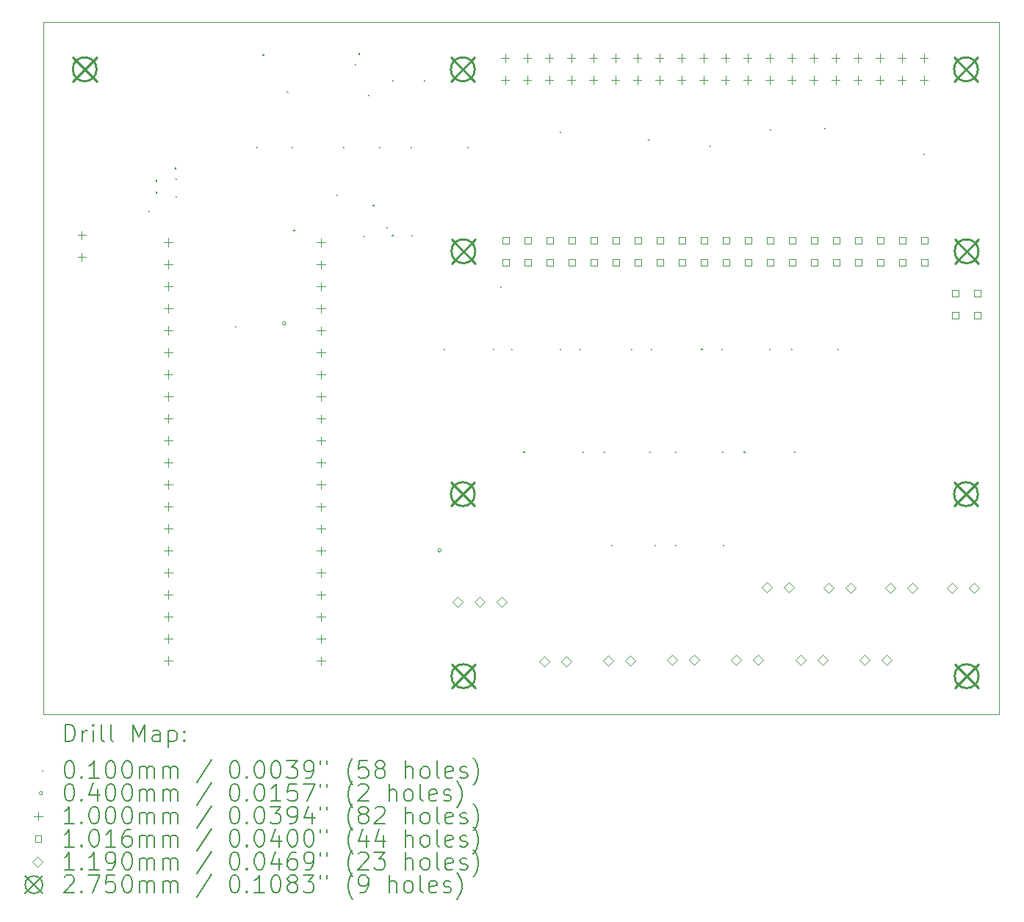
<source format=gbr>
%TF.GenerationSoftware,KiCad,Pcbnew,7.0.7*%
%TF.CreationDate,2024-09-02T11:23:30-05:00*%
%TF.ProjectId,Module_RPI,4d6f6475-6c65-45f5-9250-492e6b696361,rev?*%
%TF.SameCoordinates,Original*%
%TF.FileFunction,Drillmap*%
%TF.FilePolarity,Positive*%
%FSLAX45Y45*%
G04 Gerber Fmt 4.5, Leading zero omitted, Abs format (unit mm)*
G04 Created by KiCad (PCBNEW 7.0.7) date 2024-09-02 11:23:30*
%MOMM*%
%LPD*%
G01*
G04 APERTURE LIST*
%ADD10C,0.100000*%
%ADD11C,0.200000*%
%ADD12C,0.010000*%
%ADD13C,0.040000*%
%ADD14C,0.101600*%
%ADD15C,0.119000*%
%ADD16C,0.275000*%
G04 APERTURE END LIST*
D10*
X4920000Y-13690000D02*
X5170000Y-13690000D01*
X4920000Y-9390000D02*
X4920000Y-13620000D01*
X15940000Y-8310000D02*
X15940000Y-5900000D01*
X15570000Y-13690000D02*
X15940000Y-13690000D01*
X15915000Y-5710000D02*
X5145000Y-5710000D01*
X4920000Y-9390000D02*
X4920000Y-5710000D01*
X4920000Y-5710000D02*
X5145000Y-5710000D01*
X4920000Y-13620000D02*
X4920000Y-13690000D01*
X15940000Y-5900000D02*
X15940000Y-5710000D01*
X15940000Y-5710000D02*
X15915000Y-5710000D01*
X15940000Y-8310000D02*
X15940000Y-13690000D01*
X15570000Y-13690000D02*
X5170000Y-13690000D01*
D11*
D12*
X6130000Y-7880000D02*
X6140000Y-7890000D01*
X6140000Y-7880000D02*
X6130000Y-7890000D01*
X6215000Y-7665000D02*
X6225000Y-7675000D01*
X6225000Y-7665000D02*
X6215000Y-7675000D01*
X6220000Y-7530000D02*
X6230000Y-7540000D01*
X6230000Y-7530000D02*
X6220000Y-7540000D01*
X6440000Y-7385000D02*
X6450000Y-7395000D01*
X6450000Y-7385000D02*
X6440000Y-7395000D01*
X6450000Y-7510000D02*
X6460000Y-7520000D01*
X6460000Y-7510000D02*
X6450000Y-7520000D01*
X6450000Y-7715000D02*
X6460000Y-7725000D01*
X6460000Y-7715000D02*
X6450000Y-7725000D01*
X7135000Y-9209961D02*
X7145000Y-9219961D01*
X7145000Y-9209961D02*
X7135000Y-9219961D01*
X7375000Y-7145000D02*
X7385000Y-7155000D01*
X7385000Y-7145000D02*
X7375000Y-7155000D01*
X7450000Y-6075000D02*
X7460000Y-6085000D01*
X7460000Y-6075000D02*
X7450000Y-6085000D01*
X7730000Y-6505000D02*
X7740000Y-6515000D01*
X7740000Y-6505000D02*
X7730000Y-6515000D01*
X7785000Y-7145000D02*
X7795000Y-7155000D01*
X7795000Y-7145000D02*
X7785000Y-7155000D01*
X7805000Y-8100000D02*
X7815000Y-8110000D01*
X7815000Y-8100000D02*
X7805000Y-8110000D01*
X8300000Y-7695000D02*
X8310000Y-7705000D01*
X8310000Y-7695000D02*
X8300000Y-7705000D01*
X8375000Y-7145000D02*
X8385000Y-7155000D01*
X8385000Y-7145000D02*
X8375000Y-7155000D01*
X8515000Y-6190000D02*
X8525000Y-6200000D01*
X8525000Y-6190000D02*
X8515000Y-6200000D01*
X8555000Y-6065000D02*
X8565000Y-6075000D01*
X8565000Y-6065000D02*
X8555000Y-6075000D01*
X8615000Y-8170000D02*
X8625000Y-8180000D01*
X8625000Y-8170000D02*
X8615000Y-8180000D01*
X8665000Y-6540000D02*
X8675000Y-6550000D01*
X8675000Y-6540000D02*
X8665000Y-6550000D01*
X8720000Y-7815000D02*
X8730000Y-7825000D01*
X8730000Y-7815000D02*
X8720000Y-7825000D01*
X8795000Y-7145000D02*
X8805000Y-7155000D01*
X8805000Y-7145000D02*
X8795000Y-7155000D01*
X8880000Y-8070000D02*
X8890000Y-8080000D01*
X8890000Y-8070000D02*
X8880000Y-8080000D01*
X8940000Y-8160000D02*
X8950000Y-8170000D01*
X8950000Y-8160000D02*
X8940000Y-8170000D01*
X8945000Y-6375000D02*
X8955000Y-6385000D01*
X8955000Y-6375000D02*
X8945000Y-6385000D01*
X9155000Y-7145000D02*
X9165000Y-7155000D01*
X9165000Y-7145000D02*
X9155000Y-7155000D01*
X9165000Y-8160000D02*
X9175000Y-8170000D01*
X9175000Y-8160000D02*
X9165000Y-8170000D01*
X9305000Y-6375000D02*
X9315000Y-6385000D01*
X9315000Y-6375000D02*
X9305000Y-6385000D01*
X9535000Y-9475000D02*
X9545000Y-9485000D01*
X9545000Y-9475000D02*
X9535000Y-9485000D01*
X9805000Y-7145000D02*
X9815000Y-7155000D01*
X9815000Y-7145000D02*
X9805000Y-7155000D01*
X10105000Y-9475000D02*
X10115000Y-9485000D01*
X10115000Y-9475000D02*
X10105000Y-9485000D01*
X10190000Y-8750000D02*
X10200000Y-8760000D01*
X10200000Y-8750000D02*
X10190000Y-8760000D01*
X10315000Y-9475000D02*
X10325000Y-9485000D01*
X10325000Y-9475000D02*
X10315000Y-9485000D01*
X10455000Y-10655000D02*
X10465000Y-10665000D01*
X10465000Y-10655000D02*
X10455000Y-10665000D01*
X10875000Y-6965000D02*
X10885000Y-6975000D01*
X10885000Y-6965000D02*
X10875000Y-6975000D01*
X10875000Y-9475000D02*
X10885000Y-9485000D01*
X10885000Y-9475000D02*
X10875000Y-9485000D01*
X11105000Y-9475000D02*
X11115000Y-9485000D01*
X11115000Y-9475000D02*
X11105000Y-9485000D01*
X11135000Y-10655000D02*
X11145000Y-10665000D01*
X11145000Y-10655000D02*
X11135000Y-10665000D01*
X11385000Y-10655000D02*
X11395000Y-10665000D01*
X11395000Y-10655000D02*
X11385000Y-10665000D01*
X11465000Y-11735000D02*
X11475000Y-11745000D01*
X11475000Y-11735000D02*
X11465000Y-11745000D01*
X11695000Y-9475000D02*
X11705000Y-9485000D01*
X11705000Y-9475000D02*
X11695000Y-9485000D01*
X11895000Y-7055000D02*
X11905000Y-7065000D01*
X11905000Y-7055000D02*
X11895000Y-7065000D01*
X11905000Y-10655000D02*
X11915000Y-10665000D01*
X11915000Y-10655000D02*
X11905000Y-10665000D01*
X11925000Y-9475000D02*
X11935000Y-9485000D01*
X11935000Y-9475000D02*
X11925000Y-9485000D01*
X11965000Y-11735000D02*
X11975000Y-11745000D01*
X11975000Y-11735000D02*
X11965000Y-11745000D01*
X12205000Y-10655000D02*
X12215000Y-10665000D01*
X12215000Y-10655000D02*
X12205000Y-10665000D01*
X12205000Y-11735000D02*
X12215000Y-11745000D01*
X12215000Y-11735000D02*
X12205000Y-11745000D01*
X12505000Y-9475000D02*
X12515000Y-9485000D01*
X12515000Y-9475000D02*
X12505000Y-9485000D01*
X12605000Y-7125000D02*
X12615000Y-7135000D01*
X12615000Y-7125000D02*
X12605000Y-7135000D01*
X12735000Y-9475000D02*
X12745000Y-9485000D01*
X12745000Y-9475000D02*
X12735000Y-9485000D01*
X12745000Y-10655000D02*
X12755000Y-10665000D01*
X12755000Y-10655000D02*
X12745000Y-10665000D01*
X12755000Y-11735000D02*
X12765000Y-11745000D01*
X12765000Y-11735000D02*
X12755000Y-11745000D01*
X12995000Y-10655000D02*
X13005000Y-10665000D01*
X13005000Y-10655000D02*
X12995000Y-10665000D01*
X13285000Y-9475000D02*
X13295000Y-9485000D01*
X13295000Y-9475000D02*
X13285000Y-9485000D01*
X13297000Y-6938000D02*
X13307000Y-6948000D01*
X13307000Y-6938000D02*
X13297000Y-6948000D01*
X13545000Y-9475000D02*
X13555000Y-9485000D01*
X13555000Y-9475000D02*
X13545000Y-9485000D01*
X13575000Y-10655000D02*
X13585000Y-10665000D01*
X13585000Y-10655000D02*
X13575000Y-10665000D01*
X13922500Y-6925000D02*
X13932500Y-6935000D01*
X13932500Y-6925000D02*
X13922500Y-6935000D01*
X14075000Y-9475000D02*
X14085000Y-9485000D01*
X14085000Y-9475000D02*
X14075000Y-9485000D01*
X15066000Y-7224000D02*
X15076000Y-7234000D01*
X15076000Y-7224000D02*
X15066000Y-7234000D01*
D13*
X7720000Y-9180000D02*
G75*
G03*
X7720000Y-9180000I-20000J0D01*
G01*
X9510000Y-11800000D02*
G75*
G03*
X9510000Y-11800000I-20000J0D01*
G01*
D10*
X5367500Y-8115000D02*
X5367500Y-8215000D01*
X5317500Y-8165000D02*
X5417500Y-8165000D01*
X5367500Y-8369000D02*
X5367500Y-8469000D01*
X5317500Y-8419000D02*
X5417500Y-8419000D01*
X6360000Y-8199000D02*
X6360000Y-8299000D01*
X6310000Y-8249000D02*
X6410000Y-8249000D01*
X6360000Y-8453000D02*
X6360000Y-8553000D01*
X6310000Y-8503000D02*
X6410000Y-8503000D01*
X6360000Y-8707000D02*
X6360000Y-8807000D01*
X6310000Y-8757000D02*
X6410000Y-8757000D01*
X6360000Y-8961000D02*
X6360000Y-9061000D01*
X6310000Y-9011000D02*
X6410000Y-9011000D01*
X6360000Y-9215000D02*
X6360000Y-9315000D01*
X6310000Y-9265000D02*
X6410000Y-9265000D01*
X6360000Y-9469000D02*
X6360000Y-9569000D01*
X6310000Y-9519000D02*
X6410000Y-9519000D01*
X6360000Y-9723000D02*
X6360000Y-9823000D01*
X6310000Y-9773000D02*
X6410000Y-9773000D01*
X6360000Y-9977000D02*
X6360000Y-10077000D01*
X6310000Y-10027000D02*
X6410000Y-10027000D01*
X6360000Y-10231000D02*
X6360000Y-10331000D01*
X6310000Y-10281000D02*
X6410000Y-10281000D01*
X6360000Y-10485000D02*
X6360000Y-10585000D01*
X6310000Y-10535000D02*
X6410000Y-10535000D01*
X6360000Y-10739000D02*
X6360000Y-10839000D01*
X6310000Y-10789000D02*
X6410000Y-10789000D01*
X6360000Y-10993000D02*
X6360000Y-11093000D01*
X6310000Y-11043000D02*
X6410000Y-11043000D01*
X6360000Y-11247000D02*
X6360000Y-11347000D01*
X6310000Y-11297000D02*
X6410000Y-11297000D01*
X6360000Y-11501000D02*
X6360000Y-11601000D01*
X6310000Y-11551000D02*
X6410000Y-11551000D01*
X6360000Y-11755000D02*
X6360000Y-11855000D01*
X6310000Y-11805000D02*
X6410000Y-11805000D01*
X6360000Y-12009000D02*
X6360000Y-12109000D01*
X6310000Y-12059000D02*
X6410000Y-12059000D01*
X6360000Y-12263000D02*
X6360000Y-12363000D01*
X6310000Y-12313000D02*
X6410000Y-12313000D01*
X6360000Y-12517000D02*
X6360000Y-12617000D01*
X6310000Y-12567000D02*
X6410000Y-12567000D01*
X6360000Y-12771000D02*
X6360000Y-12871000D01*
X6310000Y-12821000D02*
X6410000Y-12821000D01*
X6360000Y-13025000D02*
X6360000Y-13125000D01*
X6310000Y-13075000D02*
X6410000Y-13075000D01*
X8125000Y-8200000D02*
X8125000Y-8300000D01*
X8075000Y-8250000D02*
X8175000Y-8250000D01*
X8125000Y-8454000D02*
X8125000Y-8554000D01*
X8075000Y-8504000D02*
X8175000Y-8504000D01*
X8125000Y-8708000D02*
X8125000Y-8808000D01*
X8075000Y-8758000D02*
X8175000Y-8758000D01*
X8125000Y-8962000D02*
X8125000Y-9062000D01*
X8075000Y-9012000D02*
X8175000Y-9012000D01*
X8125000Y-9216000D02*
X8125000Y-9316000D01*
X8075000Y-9266000D02*
X8175000Y-9266000D01*
X8125000Y-9470000D02*
X8125000Y-9570000D01*
X8075000Y-9520000D02*
X8175000Y-9520000D01*
X8125000Y-9724000D02*
X8125000Y-9824000D01*
X8075000Y-9774000D02*
X8175000Y-9774000D01*
X8125000Y-9978000D02*
X8125000Y-10078000D01*
X8075000Y-10028000D02*
X8175000Y-10028000D01*
X8125000Y-10232000D02*
X8125000Y-10332000D01*
X8075000Y-10282000D02*
X8175000Y-10282000D01*
X8125000Y-10486000D02*
X8125000Y-10586000D01*
X8075000Y-10536000D02*
X8175000Y-10536000D01*
X8125000Y-10740000D02*
X8125000Y-10840000D01*
X8075000Y-10790000D02*
X8175000Y-10790000D01*
X8125000Y-10994000D02*
X8125000Y-11094000D01*
X8075000Y-11044000D02*
X8175000Y-11044000D01*
X8125000Y-11248000D02*
X8125000Y-11348000D01*
X8075000Y-11298000D02*
X8175000Y-11298000D01*
X8125000Y-11502000D02*
X8125000Y-11602000D01*
X8075000Y-11552000D02*
X8175000Y-11552000D01*
X8125000Y-11756000D02*
X8125000Y-11856000D01*
X8075000Y-11806000D02*
X8175000Y-11806000D01*
X8125000Y-12010000D02*
X8125000Y-12110000D01*
X8075000Y-12060000D02*
X8175000Y-12060000D01*
X8125000Y-12264000D02*
X8125000Y-12364000D01*
X8075000Y-12314000D02*
X8175000Y-12314000D01*
X8125000Y-12518000D02*
X8125000Y-12618000D01*
X8075000Y-12568000D02*
X8175000Y-12568000D01*
X8125000Y-12772000D02*
X8125000Y-12872000D01*
X8075000Y-12822000D02*
X8175000Y-12822000D01*
X8125000Y-13026000D02*
X8125000Y-13126000D01*
X8075000Y-13076000D02*
X8175000Y-13076000D01*
X10245000Y-6073000D02*
X10245000Y-6173000D01*
X10195000Y-6123000D02*
X10295000Y-6123000D01*
X10245000Y-6327000D02*
X10245000Y-6427000D01*
X10195000Y-6377000D02*
X10295000Y-6377000D01*
X10499000Y-6073000D02*
X10499000Y-6173000D01*
X10449000Y-6123000D02*
X10549000Y-6123000D01*
X10499000Y-6327000D02*
X10499000Y-6427000D01*
X10449000Y-6377000D02*
X10549000Y-6377000D01*
X10753000Y-6073000D02*
X10753000Y-6173000D01*
X10703000Y-6123000D02*
X10803000Y-6123000D01*
X10753000Y-6327000D02*
X10753000Y-6427000D01*
X10703000Y-6377000D02*
X10803000Y-6377000D01*
X11007000Y-6073000D02*
X11007000Y-6173000D01*
X10957000Y-6123000D02*
X11057000Y-6123000D01*
X11007000Y-6327000D02*
X11007000Y-6427000D01*
X10957000Y-6377000D02*
X11057000Y-6377000D01*
X11261000Y-6073000D02*
X11261000Y-6173000D01*
X11211000Y-6123000D02*
X11311000Y-6123000D01*
X11261000Y-6327000D02*
X11261000Y-6427000D01*
X11211000Y-6377000D02*
X11311000Y-6377000D01*
X11515000Y-6073000D02*
X11515000Y-6173000D01*
X11465000Y-6123000D02*
X11565000Y-6123000D01*
X11515000Y-6327000D02*
X11515000Y-6427000D01*
X11465000Y-6377000D02*
X11565000Y-6377000D01*
X11769000Y-6073000D02*
X11769000Y-6173000D01*
X11719000Y-6123000D02*
X11819000Y-6123000D01*
X11769000Y-6327000D02*
X11769000Y-6427000D01*
X11719000Y-6377000D02*
X11819000Y-6377000D01*
X12023000Y-6073000D02*
X12023000Y-6173000D01*
X11973000Y-6123000D02*
X12073000Y-6123000D01*
X12023000Y-6327000D02*
X12023000Y-6427000D01*
X11973000Y-6377000D02*
X12073000Y-6377000D01*
X12277000Y-6073000D02*
X12277000Y-6173000D01*
X12227000Y-6123000D02*
X12327000Y-6123000D01*
X12277000Y-6327000D02*
X12277000Y-6427000D01*
X12227000Y-6377000D02*
X12327000Y-6377000D01*
X12531000Y-6073000D02*
X12531000Y-6173000D01*
X12481000Y-6123000D02*
X12581000Y-6123000D01*
X12531000Y-6327000D02*
X12531000Y-6427000D01*
X12481000Y-6377000D02*
X12581000Y-6377000D01*
X12785000Y-6073000D02*
X12785000Y-6173000D01*
X12735000Y-6123000D02*
X12835000Y-6123000D01*
X12785000Y-6327000D02*
X12785000Y-6427000D01*
X12735000Y-6377000D02*
X12835000Y-6377000D01*
X13039000Y-6073000D02*
X13039000Y-6173000D01*
X12989000Y-6123000D02*
X13089000Y-6123000D01*
X13039000Y-6327000D02*
X13039000Y-6427000D01*
X12989000Y-6377000D02*
X13089000Y-6377000D01*
X13293000Y-6073000D02*
X13293000Y-6173000D01*
X13243000Y-6123000D02*
X13343000Y-6123000D01*
X13293000Y-6327000D02*
X13293000Y-6427000D01*
X13243000Y-6377000D02*
X13343000Y-6377000D01*
X13547000Y-6073000D02*
X13547000Y-6173000D01*
X13497000Y-6123000D02*
X13597000Y-6123000D01*
X13547000Y-6327000D02*
X13547000Y-6427000D01*
X13497000Y-6377000D02*
X13597000Y-6377000D01*
X13801000Y-6073000D02*
X13801000Y-6173000D01*
X13751000Y-6123000D02*
X13851000Y-6123000D01*
X13801000Y-6327000D02*
X13801000Y-6427000D01*
X13751000Y-6377000D02*
X13851000Y-6377000D01*
X14055000Y-6073000D02*
X14055000Y-6173000D01*
X14005000Y-6123000D02*
X14105000Y-6123000D01*
X14055000Y-6327000D02*
X14055000Y-6427000D01*
X14005000Y-6377000D02*
X14105000Y-6377000D01*
X14309000Y-6073000D02*
X14309000Y-6173000D01*
X14259000Y-6123000D02*
X14359000Y-6123000D01*
X14309000Y-6327000D02*
X14309000Y-6427000D01*
X14259000Y-6377000D02*
X14359000Y-6377000D01*
X14563000Y-6073000D02*
X14563000Y-6173000D01*
X14513000Y-6123000D02*
X14613000Y-6123000D01*
X14563000Y-6327000D02*
X14563000Y-6427000D01*
X14513000Y-6377000D02*
X14613000Y-6377000D01*
X14817000Y-6073000D02*
X14817000Y-6173000D01*
X14767000Y-6123000D02*
X14867000Y-6123000D01*
X14817000Y-6327000D02*
X14817000Y-6427000D01*
X14767000Y-6377000D02*
X14867000Y-6377000D01*
X15071000Y-6073000D02*
X15071000Y-6173000D01*
X15021000Y-6123000D02*
X15121000Y-6123000D01*
X15071000Y-6327000D02*
X15071000Y-6427000D01*
X15021000Y-6377000D02*
X15121000Y-6377000D01*
D14*
X10287921Y-8258921D02*
X10287921Y-8187079D01*
X10216079Y-8187079D01*
X10216079Y-8258921D01*
X10287921Y-8258921D01*
X10287921Y-8512921D02*
X10287921Y-8441079D01*
X10216079Y-8441079D01*
X10216079Y-8512921D01*
X10287921Y-8512921D01*
X10541921Y-8258921D02*
X10541921Y-8187079D01*
X10470079Y-8187079D01*
X10470079Y-8258921D01*
X10541921Y-8258921D01*
X10541921Y-8512921D02*
X10541921Y-8441079D01*
X10470079Y-8441079D01*
X10470079Y-8512921D01*
X10541921Y-8512921D01*
X10795921Y-8258921D02*
X10795921Y-8187079D01*
X10724079Y-8187079D01*
X10724079Y-8258921D01*
X10795921Y-8258921D01*
X10795921Y-8512921D02*
X10795921Y-8441079D01*
X10724079Y-8441079D01*
X10724079Y-8512921D01*
X10795921Y-8512921D01*
X11049921Y-8258921D02*
X11049921Y-8187079D01*
X10978079Y-8187079D01*
X10978079Y-8258921D01*
X11049921Y-8258921D01*
X11049921Y-8512921D02*
X11049921Y-8441079D01*
X10978079Y-8441079D01*
X10978079Y-8512921D01*
X11049921Y-8512921D01*
X11303921Y-8258921D02*
X11303921Y-8187079D01*
X11232079Y-8187079D01*
X11232079Y-8258921D01*
X11303921Y-8258921D01*
X11303921Y-8512921D02*
X11303921Y-8441079D01*
X11232079Y-8441079D01*
X11232079Y-8512921D01*
X11303921Y-8512921D01*
X11557921Y-8258921D02*
X11557921Y-8187079D01*
X11486079Y-8187079D01*
X11486079Y-8258921D01*
X11557921Y-8258921D01*
X11557921Y-8512921D02*
X11557921Y-8441079D01*
X11486079Y-8441079D01*
X11486079Y-8512921D01*
X11557921Y-8512921D01*
X11811921Y-8258921D02*
X11811921Y-8187079D01*
X11740079Y-8187079D01*
X11740079Y-8258921D01*
X11811921Y-8258921D01*
X11811921Y-8512921D02*
X11811921Y-8441079D01*
X11740079Y-8441079D01*
X11740079Y-8512921D01*
X11811921Y-8512921D01*
X12065921Y-8258921D02*
X12065921Y-8187079D01*
X11994079Y-8187079D01*
X11994079Y-8258921D01*
X12065921Y-8258921D01*
X12065921Y-8512921D02*
X12065921Y-8441079D01*
X11994079Y-8441079D01*
X11994079Y-8512921D01*
X12065921Y-8512921D01*
X12319921Y-8258921D02*
X12319921Y-8187079D01*
X12248079Y-8187079D01*
X12248079Y-8258921D01*
X12319921Y-8258921D01*
X12319921Y-8512921D02*
X12319921Y-8441079D01*
X12248079Y-8441079D01*
X12248079Y-8512921D01*
X12319921Y-8512921D01*
X12573921Y-8258921D02*
X12573921Y-8187079D01*
X12502079Y-8187079D01*
X12502079Y-8258921D01*
X12573921Y-8258921D01*
X12573921Y-8512921D02*
X12573921Y-8441079D01*
X12502079Y-8441079D01*
X12502079Y-8512921D01*
X12573921Y-8512921D01*
X12827921Y-8258921D02*
X12827921Y-8187079D01*
X12756079Y-8187079D01*
X12756079Y-8258921D01*
X12827921Y-8258921D01*
X12827921Y-8512921D02*
X12827921Y-8441079D01*
X12756079Y-8441079D01*
X12756079Y-8512921D01*
X12827921Y-8512921D01*
X13081921Y-8258921D02*
X13081921Y-8187079D01*
X13010079Y-8187079D01*
X13010079Y-8258921D01*
X13081921Y-8258921D01*
X13081921Y-8512921D02*
X13081921Y-8441079D01*
X13010079Y-8441079D01*
X13010079Y-8512921D01*
X13081921Y-8512921D01*
X13335921Y-8258921D02*
X13335921Y-8187079D01*
X13264079Y-8187079D01*
X13264079Y-8258921D01*
X13335921Y-8258921D01*
X13335921Y-8512921D02*
X13335921Y-8441079D01*
X13264079Y-8441079D01*
X13264079Y-8512921D01*
X13335921Y-8512921D01*
X13589921Y-8258921D02*
X13589921Y-8187079D01*
X13518079Y-8187079D01*
X13518079Y-8258921D01*
X13589921Y-8258921D01*
X13589921Y-8512921D02*
X13589921Y-8441079D01*
X13518079Y-8441079D01*
X13518079Y-8512921D01*
X13589921Y-8512921D01*
X13843921Y-8258921D02*
X13843921Y-8187079D01*
X13772079Y-8187079D01*
X13772079Y-8258921D01*
X13843921Y-8258921D01*
X13843921Y-8512921D02*
X13843921Y-8441079D01*
X13772079Y-8441079D01*
X13772079Y-8512921D01*
X13843921Y-8512921D01*
X14097921Y-8258921D02*
X14097921Y-8187079D01*
X14026079Y-8187079D01*
X14026079Y-8258921D01*
X14097921Y-8258921D01*
X14097921Y-8512921D02*
X14097921Y-8441079D01*
X14026079Y-8441079D01*
X14026079Y-8512921D01*
X14097921Y-8512921D01*
X14351921Y-8258921D02*
X14351921Y-8187079D01*
X14280079Y-8187079D01*
X14280079Y-8258921D01*
X14351921Y-8258921D01*
X14351921Y-8512921D02*
X14351921Y-8441079D01*
X14280079Y-8441079D01*
X14280079Y-8512921D01*
X14351921Y-8512921D01*
X14605921Y-8258921D02*
X14605921Y-8187079D01*
X14534079Y-8187079D01*
X14534079Y-8258921D01*
X14605921Y-8258921D01*
X14605921Y-8512921D02*
X14605921Y-8441079D01*
X14534079Y-8441079D01*
X14534079Y-8512921D01*
X14605921Y-8512921D01*
X14859921Y-8258921D02*
X14859921Y-8187079D01*
X14788079Y-8187079D01*
X14788079Y-8258921D01*
X14859921Y-8258921D01*
X14859921Y-8512921D02*
X14859921Y-8441079D01*
X14788079Y-8441079D01*
X14788079Y-8512921D01*
X14859921Y-8512921D01*
X15113921Y-8258921D02*
X15113921Y-8187079D01*
X15042079Y-8187079D01*
X15042079Y-8258921D01*
X15113921Y-8258921D01*
X15113921Y-8512921D02*
X15113921Y-8441079D01*
X15042079Y-8441079D01*
X15042079Y-8512921D01*
X15113921Y-8512921D01*
X15469921Y-8871221D02*
X15469921Y-8799379D01*
X15398079Y-8799379D01*
X15398079Y-8871221D01*
X15469921Y-8871221D01*
X15469921Y-9125221D02*
X15469921Y-9053379D01*
X15398079Y-9053379D01*
X15398079Y-9125221D01*
X15469921Y-9125221D01*
X15723921Y-8871221D02*
X15723921Y-8799379D01*
X15652079Y-8799379D01*
X15652079Y-8871221D01*
X15723921Y-8871221D01*
X15723921Y-9125221D02*
X15723921Y-9053379D01*
X15652079Y-9053379D01*
X15652079Y-9125221D01*
X15723921Y-9125221D01*
D15*
X9696000Y-12452500D02*
X9755500Y-12393000D01*
X9696000Y-12333500D01*
X9636500Y-12393000D01*
X9696000Y-12452500D01*
X9950000Y-12452500D02*
X10009500Y-12393000D01*
X9950000Y-12333500D01*
X9890500Y-12393000D01*
X9950000Y-12452500D01*
X10204000Y-12452500D02*
X10263500Y-12393000D01*
X10204000Y-12333500D01*
X10144500Y-12393000D01*
X10204000Y-12452500D01*
X10695600Y-13137500D02*
X10755100Y-13078000D01*
X10695600Y-13018500D01*
X10636100Y-13078000D01*
X10695600Y-13137500D01*
X10949600Y-13137500D02*
X11009100Y-13078000D01*
X10949600Y-13018500D01*
X10890100Y-13078000D01*
X10949600Y-13137500D01*
X11434200Y-13127500D02*
X11493700Y-13068000D01*
X11434200Y-13008500D01*
X11374700Y-13068000D01*
X11434200Y-13127500D01*
X11688200Y-13127500D02*
X11747700Y-13068000D01*
X11688200Y-13008500D01*
X11628700Y-13068000D01*
X11688200Y-13127500D01*
X12172800Y-13119500D02*
X12232300Y-13060000D01*
X12172800Y-13000500D01*
X12113300Y-13060000D01*
X12172800Y-13119500D01*
X12426800Y-13119500D02*
X12486300Y-13060000D01*
X12426800Y-13000500D01*
X12367300Y-13060000D01*
X12426800Y-13119500D01*
X12911400Y-13119500D02*
X12970900Y-13060000D01*
X12911400Y-13000500D01*
X12851900Y-13060000D01*
X12911400Y-13119500D01*
X13165400Y-13119500D02*
X13224900Y-13060000D01*
X13165400Y-13000500D01*
X13105900Y-13060000D01*
X13165400Y-13119500D01*
X13266750Y-12287500D02*
X13326250Y-12228000D01*
X13266750Y-12168500D01*
X13207250Y-12228000D01*
X13266750Y-12287500D01*
X13520750Y-12287500D02*
X13580250Y-12228000D01*
X13520750Y-12168500D01*
X13461250Y-12228000D01*
X13520750Y-12287500D01*
X13650000Y-13119500D02*
X13709500Y-13060000D01*
X13650000Y-13000500D01*
X13590500Y-13060000D01*
X13650000Y-13119500D01*
X13904000Y-13119500D02*
X13963500Y-13060000D01*
X13904000Y-13000500D01*
X13844500Y-13060000D01*
X13904000Y-13119500D01*
X13975750Y-12289500D02*
X14035250Y-12230000D01*
X13975750Y-12170500D01*
X13916250Y-12230000D01*
X13975750Y-12289500D01*
X14229750Y-12289500D02*
X14289250Y-12230000D01*
X14229750Y-12170500D01*
X14170250Y-12230000D01*
X14229750Y-12289500D01*
X14388600Y-13119500D02*
X14448100Y-13060000D01*
X14388600Y-13000500D01*
X14329100Y-13060000D01*
X14388600Y-13119500D01*
X14642600Y-13119500D02*
X14702100Y-13060000D01*
X14642600Y-13000500D01*
X14583100Y-13060000D01*
X14642600Y-13119500D01*
X14684750Y-12289500D02*
X14744250Y-12230000D01*
X14684750Y-12170500D01*
X14625250Y-12230000D01*
X14684750Y-12289500D01*
X14938750Y-12289500D02*
X14998250Y-12230000D01*
X14938750Y-12170500D01*
X14879250Y-12230000D01*
X14938750Y-12289500D01*
X15393750Y-12289500D02*
X15453250Y-12230000D01*
X15393750Y-12170500D01*
X15334250Y-12230000D01*
X15393750Y-12289500D01*
X15647750Y-12289500D02*
X15707250Y-12230000D01*
X15647750Y-12170500D01*
X15588250Y-12230000D01*
X15647750Y-12289500D01*
D16*
X5262500Y-6113600D02*
X5537500Y-6388600D01*
X5537500Y-6113600D02*
X5262500Y-6388600D01*
X5537500Y-6251100D02*
G75*
G03*
X5537500Y-6251100I-137500J0D01*
G01*
X9620500Y-6113600D02*
X9895500Y-6388600D01*
X9895500Y-6113600D02*
X9620500Y-6388600D01*
X9895500Y-6251100D02*
G75*
G03*
X9895500Y-6251100I-137500J0D01*
G01*
X9620500Y-11013600D02*
X9895500Y-11288600D01*
X9895500Y-11013600D02*
X9620500Y-11288600D01*
X9895500Y-11151100D02*
G75*
G03*
X9895500Y-11151100I-137500J0D01*
G01*
X9627500Y-8212500D02*
X9902500Y-8487500D01*
X9902500Y-8212500D02*
X9627500Y-8487500D01*
X9902500Y-8350000D02*
G75*
G03*
X9902500Y-8350000I-137500J0D01*
G01*
X9627500Y-13112500D02*
X9902500Y-13387500D01*
X9902500Y-13112500D02*
X9627500Y-13387500D01*
X9902500Y-13250000D02*
G75*
G03*
X9902500Y-13250000I-137500J0D01*
G01*
X15420500Y-6113600D02*
X15695500Y-6388600D01*
X15695500Y-6113600D02*
X15420500Y-6388600D01*
X15695500Y-6251100D02*
G75*
G03*
X15695500Y-6251100I-137500J0D01*
G01*
X15420500Y-11013600D02*
X15695500Y-11288600D01*
X15695500Y-11013600D02*
X15420500Y-11288600D01*
X15695500Y-11151100D02*
G75*
G03*
X15695500Y-11151100I-137500J0D01*
G01*
X15427500Y-8212500D02*
X15702500Y-8487500D01*
X15702500Y-8212500D02*
X15427500Y-8487500D01*
X15702500Y-8350000D02*
G75*
G03*
X15702500Y-8350000I-137500J0D01*
G01*
X15427500Y-13112500D02*
X15702500Y-13387500D01*
X15702500Y-13112500D02*
X15427500Y-13387500D01*
X15702500Y-13250000D02*
G75*
G03*
X15702500Y-13250000I-137500J0D01*
G01*
D11*
X5175777Y-14006484D02*
X5175777Y-13806484D01*
X5175777Y-13806484D02*
X5223396Y-13806484D01*
X5223396Y-13806484D02*
X5251967Y-13816008D01*
X5251967Y-13816008D02*
X5271015Y-13835055D01*
X5271015Y-13835055D02*
X5280539Y-13854103D01*
X5280539Y-13854103D02*
X5290063Y-13892198D01*
X5290063Y-13892198D02*
X5290063Y-13920769D01*
X5290063Y-13920769D02*
X5280539Y-13958865D01*
X5280539Y-13958865D02*
X5271015Y-13977912D01*
X5271015Y-13977912D02*
X5251967Y-13996960D01*
X5251967Y-13996960D02*
X5223396Y-14006484D01*
X5223396Y-14006484D02*
X5175777Y-14006484D01*
X5375777Y-14006484D02*
X5375777Y-13873150D01*
X5375777Y-13911246D02*
X5385301Y-13892198D01*
X5385301Y-13892198D02*
X5394824Y-13882674D01*
X5394824Y-13882674D02*
X5413872Y-13873150D01*
X5413872Y-13873150D02*
X5432920Y-13873150D01*
X5499586Y-14006484D02*
X5499586Y-13873150D01*
X5499586Y-13806484D02*
X5490063Y-13816008D01*
X5490063Y-13816008D02*
X5499586Y-13825531D01*
X5499586Y-13825531D02*
X5509110Y-13816008D01*
X5509110Y-13816008D02*
X5499586Y-13806484D01*
X5499586Y-13806484D02*
X5499586Y-13825531D01*
X5623396Y-14006484D02*
X5604348Y-13996960D01*
X5604348Y-13996960D02*
X5594824Y-13977912D01*
X5594824Y-13977912D02*
X5594824Y-13806484D01*
X5728158Y-14006484D02*
X5709110Y-13996960D01*
X5709110Y-13996960D02*
X5699586Y-13977912D01*
X5699586Y-13977912D02*
X5699586Y-13806484D01*
X5956729Y-14006484D02*
X5956729Y-13806484D01*
X5956729Y-13806484D02*
X6023396Y-13949341D01*
X6023396Y-13949341D02*
X6090062Y-13806484D01*
X6090062Y-13806484D02*
X6090062Y-14006484D01*
X6271015Y-14006484D02*
X6271015Y-13901722D01*
X6271015Y-13901722D02*
X6261491Y-13882674D01*
X6261491Y-13882674D02*
X6242443Y-13873150D01*
X6242443Y-13873150D02*
X6204348Y-13873150D01*
X6204348Y-13873150D02*
X6185301Y-13882674D01*
X6271015Y-13996960D02*
X6251967Y-14006484D01*
X6251967Y-14006484D02*
X6204348Y-14006484D01*
X6204348Y-14006484D02*
X6185301Y-13996960D01*
X6185301Y-13996960D02*
X6175777Y-13977912D01*
X6175777Y-13977912D02*
X6175777Y-13958865D01*
X6175777Y-13958865D02*
X6185301Y-13939817D01*
X6185301Y-13939817D02*
X6204348Y-13930293D01*
X6204348Y-13930293D02*
X6251967Y-13930293D01*
X6251967Y-13930293D02*
X6271015Y-13920769D01*
X6366253Y-13873150D02*
X6366253Y-14073150D01*
X6366253Y-13882674D02*
X6385301Y-13873150D01*
X6385301Y-13873150D02*
X6423396Y-13873150D01*
X6423396Y-13873150D02*
X6442443Y-13882674D01*
X6442443Y-13882674D02*
X6451967Y-13892198D01*
X6451967Y-13892198D02*
X6461491Y-13911246D01*
X6461491Y-13911246D02*
X6461491Y-13968388D01*
X6461491Y-13968388D02*
X6451967Y-13987436D01*
X6451967Y-13987436D02*
X6442443Y-13996960D01*
X6442443Y-13996960D02*
X6423396Y-14006484D01*
X6423396Y-14006484D02*
X6385301Y-14006484D01*
X6385301Y-14006484D02*
X6366253Y-13996960D01*
X6547205Y-13987436D02*
X6556729Y-13996960D01*
X6556729Y-13996960D02*
X6547205Y-14006484D01*
X6547205Y-14006484D02*
X6537682Y-13996960D01*
X6537682Y-13996960D02*
X6547205Y-13987436D01*
X6547205Y-13987436D02*
X6547205Y-14006484D01*
X6547205Y-13882674D02*
X6556729Y-13892198D01*
X6556729Y-13892198D02*
X6547205Y-13901722D01*
X6547205Y-13901722D02*
X6537682Y-13892198D01*
X6537682Y-13892198D02*
X6547205Y-13882674D01*
X6547205Y-13882674D02*
X6547205Y-13901722D01*
D12*
X4905000Y-14330000D02*
X4915000Y-14340000D01*
X4915000Y-14330000D02*
X4905000Y-14340000D01*
D11*
X5213872Y-14226484D02*
X5232920Y-14226484D01*
X5232920Y-14226484D02*
X5251967Y-14236008D01*
X5251967Y-14236008D02*
X5261491Y-14245531D01*
X5261491Y-14245531D02*
X5271015Y-14264579D01*
X5271015Y-14264579D02*
X5280539Y-14302674D01*
X5280539Y-14302674D02*
X5280539Y-14350293D01*
X5280539Y-14350293D02*
X5271015Y-14388388D01*
X5271015Y-14388388D02*
X5261491Y-14407436D01*
X5261491Y-14407436D02*
X5251967Y-14416960D01*
X5251967Y-14416960D02*
X5232920Y-14426484D01*
X5232920Y-14426484D02*
X5213872Y-14426484D01*
X5213872Y-14426484D02*
X5194824Y-14416960D01*
X5194824Y-14416960D02*
X5185301Y-14407436D01*
X5185301Y-14407436D02*
X5175777Y-14388388D01*
X5175777Y-14388388D02*
X5166253Y-14350293D01*
X5166253Y-14350293D02*
X5166253Y-14302674D01*
X5166253Y-14302674D02*
X5175777Y-14264579D01*
X5175777Y-14264579D02*
X5185301Y-14245531D01*
X5185301Y-14245531D02*
X5194824Y-14236008D01*
X5194824Y-14236008D02*
X5213872Y-14226484D01*
X5366253Y-14407436D02*
X5375777Y-14416960D01*
X5375777Y-14416960D02*
X5366253Y-14426484D01*
X5366253Y-14426484D02*
X5356729Y-14416960D01*
X5356729Y-14416960D02*
X5366253Y-14407436D01*
X5366253Y-14407436D02*
X5366253Y-14426484D01*
X5566253Y-14426484D02*
X5451967Y-14426484D01*
X5509110Y-14426484D02*
X5509110Y-14226484D01*
X5509110Y-14226484D02*
X5490063Y-14255055D01*
X5490063Y-14255055D02*
X5471015Y-14274103D01*
X5471015Y-14274103D02*
X5451967Y-14283627D01*
X5690062Y-14226484D02*
X5709110Y-14226484D01*
X5709110Y-14226484D02*
X5728158Y-14236008D01*
X5728158Y-14236008D02*
X5737682Y-14245531D01*
X5737682Y-14245531D02*
X5747205Y-14264579D01*
X5747205Y-14264579D02*
X5756729Y-14302674D01*
X5756729Y-14302674D02*
X5756729Y-14350293D01*
X5756729Y-14350293D02*
X5747205Y-14388388D01*
X5747205Y-14388388D02*
X5737682Y-14407436D01*
X5737682Y-14407436D02*
X5728158Y-14416960D01*
X5728158Y-14416960D02*
X5709110Y-14426484D01*
X5709110Y-14426484D02*
X5690062Y-14426484D01*
X5690062Y-14426484D02*
X5671015Y-14416960D01*
X5671015Y-14416960D02*
X5661491Y-14407436D01*
X5661491Y-14407436D02*
X5651967Y-14388388D01*
X5651967Y-14388388D02*
X5642443Y-14350293D01*
X5642443Y-14350293D02*
X5642443Y-14302674D01*
X5642443Y-14302674D02*
X5651967Y-14264579D01*
X5651967Y-14264579D02*
X5661491Y-14245531D01*
X5661491Y-14245531D02*
X5671015Y-14236008D01*
X5671015Y-14236008D02*
X5690062Y-14226484D01*
X5880539Y-14226484D02*
X5899586Y-14226484D01*
X5899586Y-14226484D02*
X5918634Y-14236008D01*
X5918634Y-14236008D02*
X5928158Y-14245531D01*
X5928158Y-14245531D02*
X5937682Y-14264579D01*
X5937682Y-14264579D02*
X5947205Y-14302674D01*
X5947205Y-14302674D02*
X5947205Y-14350293D01*
X5947205Y-14350293D02*
X5937682Y-14388388D01*
X5937682Y-14388388D02*
X5928158Y-14407436D01*
X5928158Y-14407436D02*
X5918634Y-14416960D01*
X5918634Y-14416960D02*
X5899586Y-14426484D01*
X5899586Y-14426484D02*
X5880539Y-14426484D01*
X5880539Y-14426484D02*
X5861491Y-14416960D01*
X5861491Y-14416960D02*
X5851967Y-14407436D01*
X5851967Y-14407436D02*
X5842443Y-14388388D01*
X5842443Y-14388388D02*
X5832920Y-14350293D01*
X5832920Y-14350293D02*
X5832920Y-14302674D01*
X5832920Y-14302674D02*
X5842443Y-14264579D01*
X5842443Y-14264579D02*
X5851967Y-14245531D01*
X5851967Y-14245531D02*
X5861491Y-14236008D01*
X5861491Y-14236008D02*
X5880539Y-14226484D01*
X6032920Y-14426484D02*
X6032920Y-14293150D01*
X6032920Y-14312198D02*
X6042443Y-14302674D01*
X6042443Y-14302674D02*
X6061491Y-14293150D01*
X6061491Y-14293150D02*
X6090063Y-14293150D01*
X6090063Y-14293150D02*
X6109110Y-14302674D01*
X6109110Y-14302674D02*
X6118634Y-14321722D01*
X6118634Y-14321722D02*
X6118634Y-14426484D01*
X6118634Y-14321722D02*
X6128158Y-14302674D01*
X6128158Y-14302674D02*
X6147205Y-14293150D01*
X6147205Y-14293150D02*
X6175777Y-14293150D01*
X6175777Y-14293150D02*
X6194824Y-14302674D01*
X6194824Y-14302674D02*
X6204348Y-14321722D01*
X6204348Y-14321722D02*
X6204348Y-14426484D01*
X6299586Y-14426484D02*
X6299586Y-14293150D01*
X6299586Y-14312198D02*
X6309110Y-14302674D01*
X6309110Y-14302674D02*
X6328158Y-14293150D01*
X6328158Y-14293150D02*
X6356729Y-14293150D01*
X6356729Y-14293150D02*
X6375777Y-14302674D01*
X6375777Y-14302674D02*
X6385301Y-14321722D01*
X6385301Y-14321722D02*
X6385301Y-14426484D01*
X6385301Y-14321722D02*
X6394824Y-14302674D01*
X6394824Y-14302674D02*
X6413872Y-14293150D01*
X6413872Y-14293150D02*
X6442443Y-14293150D01*
X6442443Y-14293150D02*
X6461491Y-14302674D01*
X6461491Y-14302674D02*
X6471015Y-14321722D01*
X6471015Y-14321722D02*
X6471015Y-14426484D01*
X6861491Y-14216960D02*
X6690063Y-14474103D01*
X7118634Y-14226484D02*
X7137682Y-14226484D01*
X7137682Y-14226484D02*
X7156729Y-14236008D01*
X7156729Y-14236008D02*
X7166253Y-14245531D01*
X7166253Y-14245531D02*
X7175777Y-14264579D01*
X7175777Y-14264579D02*
X7185301Y-14302674D01*
X7185301Y-14302674D02*
X7185301Y-14350293D01*
X7185301Y-14350293D02*
X7175777Y-14388388D01*
X7175777Y-14388388D02*
X7166253Y-14407436D01*
X7166253Y-14407436D02*
X7156729Y-14416960D01*
X7156729Y-14416960D02*
X7137682Y-14426484D01*
X7137682Y-14426484D02*
X7118634Y-14426484D01*
X7118634Y-14426484D02*
X7099586Y-14416960D01*
X7099586Y-14416960D02*
X7090063Y-14407436D01*
X7090063Y-14407436D02*
X7080539Y-14388388D01*
X7080539Y-14388388D02*
X7071015Y-14350293D01*
X7071015Y-14350293D02*
X7071015Y-14302674D01*
X7071015Y-14302674D02*
X7080539Y-14264579D01*
X7080539Y-14264579D02*
X7090063Y-14245531D01*
X7090063Y-14245531D02*
X7099586Y-14236008D01*
X7099586Y-14236008D02*
X7118634Y-14226484D01*
X7271015Y-14407436D02*
X7280539Y-14416960D01*
X7280539Y-14416960D02*
X7271015Y-14426484D01*
X7271015Y-14426484D02*
X7261491Y-14416960D01*
X7261491Y-14416960D02*
X7271015Y-14407436D01*
X7271015Y-14407436D02*
X7271015Y-14426484D01*
X7404348Y-14226484D02*
X7423396Y-14226484D01*
X7423396Y-14226484D02*
X7442444Y-14236008D01*
X7442444Y-14236008D02*
X7451967Y-14245531D01*
X7451967Y-14245531D02*
X7461491Y-14264579D01*
X7461491Y-14264579D02*
X7471015Y-14302674D01*
X7471015Y-14302674D02*
X7471015Y-14350293D01*
X7471015Y-14350293D02*
X7461491Y-14388388D01*
X7461491Y-14388388D02*
X7451967Y-14407436D01*
X7451967Y-14407436D02*
X7442444Y-14416960D01*
X7442444Y-14416960D02*
X7423396Y-14426484D01*
X7423396Y-14426484D02*
X7404348Y-14426484D01*
X7404348Y-14426484D02*
X7385301Y-14416960D01*
X7385301Y-14416960D02*
X7375777Y-14407436D01*
X7375777Y-14407436D02*
X7366253Y-14388388D01*
X7366253Y-14388388D02*
X7356729Y-14350293D01*
X7356729Y-14350293D02*
X7356729Y-14302674D01*
X7356729Y-14302674D02*
X7366253Y-14264579D01*
X7366253Y-14264579D02*
X7375777Y-14245531D01*
X7375777Y-14245531D02*
X7385301Y-14236008D01*
X7385301Y-14236008D02*
X7404348Y-14226484D01*
X7594825Y-14226484D02*
X7613872Y-14226484D01*
X7613872Y-14226484D02*
X7632920Y-14236008D01*
X7632920Y-14236008D02*
X7642444Y-14245531D01*
X7642444Y-14245531D02*
X7651967Y-14264579D01*
X7651967Y-14264579D02*
X7661491Y-14302674D01*
X7661491Y-14302674D02*
X7661491Y-14350293D01*
X7661491Y-14350293D02*
X7651967Y-14388388D01*
X7651967Y-14388388D02*
X7642444Y-14407436D01*
X7642444Y-14407436D02*
X7632920Y-14416960D01*
X7632920Y-14416960D02*
X7613872Y-14426484D01*
X7613872Y-14426484D02*
X7594825Y-14426484D01*
X7594825Y-14426484D02*
X7575777Y-14416960D01*
X7575777Y-14416960D02*
X7566253Y-14407436D01*
X7566253Y-14407436D02*
X7556729Y-14388388D01*
X7556729Y-14388388D02*
X7547206Y-14350293D01*
X7547206Y-14350293D02*
X7547206Y-14302674D01*
X7547206Y-14302674D02*
X7556729Y-14264579D01*
X7556729Y-14264579D02*
X7566253Y-14245531D01*
X7566253Y-14245531D02*
X7575777Y-14236008D01*
X7575777Y-14236008D02*
X7594825Y-14226484D01*
X7728158Y-14226484D02*
X7851967Y-14226484D01*
X7851967Y-14226484D02*
X7785301Y-14302674D01*
X7785301Y-14302674D02*
X7813872Y-14302674D01*
X7813872Y-14302674D02*
X7832920Y-14312198D01*
X7832920Y-14312198D02*
X7842444Y-14321722D01*
X7842444Y-14321722D02*
X7851967Y-14340769D01*
X7851967Y-14340769D02*
X7851967Y-14388388D01*
X7851967Y-14388388D02*
X7842444Y-14407436D01*
X7842444Y-14407436D02*
X7832920Y-14416960D01*
X7832920Y-14416960D02*
X7813872Y-14426484D01*
X7813872Y-14426484D02*
X7756729Y-14426484D01*
X7756729Y-14426484D02*
X7737682Y-14416960D01*
X7737682Y-14416960D02*
X7728158Y-14407436D01*
X7947206Y-14426484D02*
X7985301Y-14426484D01*
X7985301Y-14426484D02*
X8004348Y-14416960D01*
X8004348Y-14416960D02*
X8013872Y-14407436D01*
X8013872Y-14407436D02*
X8032920Y-14378865D01*
X8032920Y-14378865D02*
X8042444Y-14340769D01*
X8042444Y-14340769D02*
X8042444Y-14264579D01*
X8042444Y-14264579D02*
X8032920Y-14245531D01*
X8032920Y-14245531D02*
X8023396Y-14236008D01*
X8023396Y-14236008D02*
X8004348Y-14226484D01*
X8004348Y-14226484D02*
X7966253Y-14226484D01*
X7966253Y-14226484D02*
X7947206Y-14236008D01*
X7947206Y-14236008D02*
X7937682Y-14245531D01*
X7937682Y-14245531D02*
X7928158Y-14264579D01*
X7928158Y-14264579D02*
X7928158Y-14312198D01*
X7928158Y-14312198D02*
X7937682Y-14331246D01*
X7937682Y-14331246D02*
X7947206Y-14340769D01*
X7947206Y-14340769D02*
X7966253Y-14350293D01*
X7966253Y-14350293D02*
X8004348Y-14350293D01*
X8004348Y-14350293D02*
X8023396Y-14340769D01*
X8023396Y-14340769D02*
X8032920Y-14331246D01*
X8032920Y-14331246D02*
X8042444Y-14312198D01*
X8118634Y-14226484D02*
X8118634Y-14264579D01*
X8194825Y-14226484D02*
X8194825Y-14264579D01*
X8490063Y-14502674D02*
X8480539Y-14493150D01*
X8480539Y-14493150D02*
X8461491Y-14464579D01*
X8461491Y-14464579D02*
X8451968Y-14445531D01*
X8451968Y-14445531D02*
X8442444Y-14416960D01*
X8442444Y-14416960D02*
X8432920Y-14369341D01*
X8432920Y-14369341D02*
X8432920Y-14331246D01*
X8432920Y-14331246D02*
X8442444Y-14283627D01*
X8442444Y-14283627D02*
X8451968Y-14255055D01*
X8451968Y-14255055D02*
X8461491Y-14236008D01*
X8461491Y-14236008D02*
X8480539Y-14207436D01*
X8480539Y-14207436D02*
X8490063Y-14197912D01*
X8661491Y-14226484D02*
X8566253Y-14226484D01*
X8566253Y-14226484D02*
X8556730Y-14321722D01*
X8556730Y-14321722D02*
X8566253Y-14312198D01*
X8566253Y-14312198D02*
X8585301Y-14302674D01*
X8585301Y-14302674D02*
X8632920Y-14302674D01*
X8632920Y-14302674D02*
X8651968Y-14312198D01*
X8651968Y-14312198D02*
X8661491Y-14321722D01*
X8661491Y-14321722D02*
X8671015Y-14340769D01*
X8671015Y-14340769D02*
X8671015Y-14388388D01*
X8671015Y-14388388D02*
X8661491Y-14407436D01*
X8661491Y-14407436D02*
X8651968Y-14416960D01*
X8651968Y-14416960D02*
X8632920Y-14426484D01*
X8632920Y-14426484D02*
X8585301Y-14426484D01*
X8585301Y-14426484D02*
X8566253Y-14416960D01*
X8566253Y-14416960D02*
X8556730Y-14407436D01*
X8785301Y-14312198D02*
X8766253Y-14302674D01*
X8766253Y-14302674D02*
X8756730Y-14293150D01*
X8756730Y-14293150D02*
X8747206Y-14274103D01*
X8747206Y-14274103D02*
X8747206Y-14264579D01*
X8747206Y-14264579D02*
X8756730Y-14245531D01*
X8756730Y-14245531D02*
X8766253Y-14236008D01*
X8766253Y-14236008D02*
X8785301Y-14226484D01*
X8785301Y-14226484D02*
X8823396Y-14226484D01*
X8823396Y-14226484D02*
X8842444Y-14236008D01*
X8842444Y-14236008D02*
X8851968Y-14245531D01*
X8851968Y-14245531D02*
X8861491Y-14264579D01*
X8861491Y-14264579D02*
X8861491Y-14274103D01*
X8861491Y-14274103D02*
X8851968Y-14293150D01*
X8851968Y-14293150D02*
X8842444Y-14302674D01*
X8842444Y-14302674D02*
X8823396Y-14312198D01*
X8823396Y-14312198D02*
X8785301Y-14312198D01*
X8785301Y-14312198D02*
X8766253Y-14321722D01*
X8766253Y-14321722D02*
X8756730Y-14331246D01*
X8756730Y-14331246D02*
X8747206Y-14350293D01*
X8747206Y-14350293D02*
X8747206Y-14388388D01*
X8747206Y-14388388D02*
X8756730Y-14407436D01*
X8756730Y-14407436D02*
X8766253Y-14416960D01*
X8766253Y-14416960D02*
X8785301Y-14426484D01*
X8785301Y-14426484D02*
X8823396Y-14426484D01*
X8823396Y-14426484D02*
X8842444Y-14416960D01*
X8842444Y-14416960D02*
X8851968Y-14407436D01*
X8851968Y-14407436D02*
X8861491Y-14388388D01*
X8861491Y-14388388D02*
X8861491Y-14350293D01*
X8861491Y-14350293D02*
X8851968Y-14331246D01*
X8851968Y-14331246D02*
X8842444Y-14321722D01*
X8842444Y-14321722D02*
X8823396Y-14312198D01*
X9099587Y-14426484D02*
X9099587Y-14226484D01*
X9185301Y-14426484D02*
X9185301Y-14321722D01*
X9185301Y-14321722D02*
X9175777Y-14302674D01*
X9175777Y-14302674D02*
X9156730Y-14293150D01*
X9156730Y-14293150D02*
X9128158Y-14293150D01*
X9128158Y-14293150D02*
X9109111Y-14302674D01*
X9109111Y-14302674D02*
X9099587Y-14312198D01*
X9309111Y-14426484D02*
X9290063Y-14416960D01*
X9290063Y-14416960D02*
X9280539Y-14407436D01*
X9280539Y-14407436D02*
X9271015Y-14388388D01*
X9271015Y-14388388D02*
X9271015Y-14331246D01*
X9271015Y-14331246D02*
X9280539Y-14312198D01*
X9280539Y-14312198D02*
X9290063Y-14302674D01*
X9290063Y-14302674D02*
X9309111Y-14293150D01*
X9309111Y-14293150D02*
X9337682Y-14293150D01*
X9337682Y-14293150D02*
X9356730Y-14302674D01*
X9356730Y-14302674D02*
X9366253Y-14312198D01*
X9366253Y-14312198D02*
X9375777Y-14331246D01*
X9375777Y-14331246D02*
X9375777Y-14388388D01*
X9375777Y-14388388D02*
X9366253Y-14407436D01*
X9366253Y-14407436D02*
X9356730Y-14416960D01*
X9356730Y-14416960D02*
X9337682Y-14426484D01*
X9337682Y-14426484D02*
X9309111Y-14426484D01*
X9490063Y-14426484D02*
X9471015Y-14416960D01*
X9471015Y-14416960D02*
X9461492Y-14397912D01*
X9461492Y-14397912D02*
X9461492Y-14226484D01*
X9642444Y-14416960D02*
X9623396Y-14426484D01*
X9623396Y-14426484D02*
X9585301Y-14426484D01*
X9585301Y-14426484D02*
X9566253Y-14416960D01*
X9566253Y-14416960D02*
X9556730Y-14397912D01*
X9556730Y-14397912D02*
X9556730Y-14321722D01*
X9556730Y-14321722D02*
X9566253Y-14302674D01*
X9566253Y-14302674D02*
X9585301Y-14293150D01*
X9585301Y-14293150D02*
X9623396Y-14293150D01*
X9623396Y-14293150D02*
X9642444Y-14302674D01*
X9642444Y-14302674D02*
X9651968Y-14321722D01*
X9651968Y-14321722D02*
X9651968Y-14340769D01*
X9651968Y-14340769D02*
X9556730Y-14359817D01*
X9728158Y-14416960D02*
X9747206Y-14426484D01*
X9747206Y-14426484D02*
X9785301Y-14426484D01*
X9785301Y-14426484D02*
X9804349Y-14416960D01*
X9804349Y-14416960D02*
X9813873Y-14397912D01*
X9813873Y-14397912D02*
X9813873Y-14388388D01*
X9813873Y-14388388D02*
X9804349Y-14369341D01*
X9804349Y-14369341D02*
X9785301Y-14359817D01*
X9785301Y-14359817D02*
X9756730Y-14359817D01*
X9756730Y-14359817D02*
X9737682Y-14350293D01*
X9737682Y-14350293D02*
X9728158Y-14331246D01*
X9728158Y-14331246D02*
X9728158Y-14321722D01*
X9728158Y-14321722D02*
X9737682Y-14302674D01*
X9737682Y-14302674D02*
X9756730Y-14293150D01*
X9756730Y-14293150D02*
X9785301Y-14293150D01*
X9785301Y-14293150D02*
X9804349Y-14302674D01*
X9880539Y-14502674D02*
X9890063Y-14493150D01*
X9890063Y-14493150D02*
X9909111Y-14464579D01*
X9909111Y-14464579D02*
X9918634Y-14445531D01*
X9918634Y-14445531D02*
X9928158Y-14416960D01*
X9928158Y-14416960D02*
X9937682Y-14369341D01*
X9937682Y-14369341D02*
X9937682Y-14331246D01*
X9937682Y-14331246D02*
X9928158Y-14283627D01*
X9928158Y-14283627D02*
X9918634Y-14255055D01*
X9918634Y-14255055D02*
X9909111Y-14236008D01*
X9909111Y-14236008D02*
X9890063Y-14207436D01*
X9890063Y-14207436D02*
X9880539Y-14197912D01*
D13*
X4915000Y-14599000D02*
G75*
G03*
X4915000Y-14599000I-20000J0D01*
G01*
D11*
X5213872Y-14490484D02*
X5232920Y-14490484D01*
X5232920Y-14490484D02*
X5251967Y-14500008D01*
X5251967Y-14500008D02*
X5261491Y-14509531D01*
X5261491Y-14509531D02*
X5271015Y-14528579D01*
X5271015Y-14528579D02*
X5280539Y-14566674D01*
X5280539Y-14566674D02*
X5280539Y-14614293D01*
X5280539Y-14614293D02*
X5271015Y-14652388D01*
X5271015Y-14652388D02*
X5261491Y-14671436D01*
X5261491Y-14671436D02*
X5251967Y-14680960D01*
X5251967Y-14680960D02*
X5232920Y-14690484D01*
X5232920Y-14690484D02*
X5213872Y-14690484D01*
X5213872Y-14690484D02*
X5194824Y-14680960D01*
X5194824Y-14680960D02*
X5185301Y-14671436D01*
X5185301Y-14671436D02*
X5175777Y-14652388D01*
X5175777Y-14652388D02*
X5166253Y-14614293D01*
X5166253Y-14614293D02*
X5166253Y-14566674D01*
X5166253Y-14566674D02*
X5175777Y-14528579D01*
X5175777Y-14528579D02*
X5185301Y-14509531D01*
X5185301Y-14509531D02*
X5194824Y-14500008D01*
X5194824Y-14500008D02*
X5213872Y-14490484D01*
X5366253Y-14671436D02*
X5375777Y-14680960D01*
X5375777Y-14680960D02*
X5366253Y-14690484D01*
X5366253Y-14690484D02*
X5356729Y-14680960D01*
X5356729Y-14680960D02*
X5366253Y-14671436D01*
X5366253Y-14671436D02*
X5366253Y-14690484D01*
X5547205Y-14557150D02*
X5547205Y-14690484D01*
X5499586Y-14480960D02*
X5451967Y-14623817D01*
X5451967Y-14623817D02*
X5575777Y-14623817D01*
X5690062Y-14490484D02*
X5709110Y-14490484D01*
X5709110Y-14490484D02*
X5728158Y-14500008D01*
X5728158Y-14500008D02*
X5737682Y-14509531D01*
X5737682Y-14509531D02*
X5747205Y-14528579D01*
X5747205Y-14528579D02*
X5756729Y-14566674D01*
X5756729Y-14566674D02*
X5756729Y-14614293D01*
X5756729Y-14614293D02*
X5747205Y-14652388D01*
X5747205Y-14652388D02*
X5737682Y-14671436D01*
X5737682Y-14671436D02*
X5728158Y-14680960D01*
X5728158Y-14680960D02*
X5709110Y-14690484D01*
X5709110Y-14690484D02*
X5690062Y-14690484D01*
X5690062Y-14690484D02*
X5671015Y-14680960D01*
X5671015Y-14680960D02*
X5661491Y-14671436D01*
X5661491Y-14671436D02*
X5651967Y-14652388D01*
X5651967Y-14652388D02*
X5642443Y-14614293D01*
X5642443Y-14614293D02*
X5642443Y-14566674D01*
X5642443Y-14566674D02*
X5651967Y-14528579D01*
X5651967Y-14528579D02*
X5661491Y-14509531D01*
X5661491Y-14509531D02*
X5671015Y-14500008D01*
X5671015Y-14500008D02*
X5690062Y-14490484D01*
X5880539Y-14490484D02*
X5899586Y-14490484D01*
X5899586Y-14490484D02*
X5918634Y-14500008D01*
X5918634Y-14500008D02*
X5928158Y-14509531D01*
X5928158Y-14509531D02*
X5937682Y-14528579D01*
X5937682Y-14528579D02*
X5947205Y-14566674D01*
X5947205Y-14566674D02*
X5947205Y-14614293D01*
X5947205Y-14614293D02*
X5937682Y-14652388D01*
X5937682Y-14652388D02*
X5928158Y-14671436D01*
X5928158Y-14671436D02*
X5918634Y-14680960D01*
X5918634Y-14680960D02*
X5899586Y-14690484D01*
X5899586Y-14690484D02*
X5880539Y-14690484D01*
X5880539Y-14690484D02*
X5861491Y-14680960D01*
X5861491Y-14680960D02*
X5851967Y-14671436D01*
X5851967Y-14671436D02*
X5842443Y-14652388D01*
X5842443Y-14652388D02*
X5832920Y-14614293D01*
X5832920Y-14614293D02*
X5832920Y-14566674D01*
X5832920Y-14566674D02*
X5842443Y-14528579D01*
X5842443Y-14528579D02*
X5851967Y-14509531D01*
X5851967Y-14509531D02*
X5861491Y-14500008D01*
X5861491Y-14500008D02*
X5880539Y-14490484D01*
X6032920Y-14690484D02*
X6032920Y-14557150D01*
X6032920Y-14576198D02*
X6042443Y-14566674D01*
X6042443Y-14566674D02*
X6061491Y-14557150D01*
X6061491Y-14557150D02*
X6090063Y-14557150D01*
X6090063Y-14557150D02*
X6109110Y-14566674D01*
X6109110Y-14566674D02*
X6118634Y-14585722D01*
X6118634Y-14585722D02*
X6118634Y-14690484D01*
X6118634Y-14585722D02*
X6128158Y-14566674D01*
X6128158Y-14566674D02*
X6147205Y-14557150D01*
X6147205Y-14557150D02*
X6175777Y-14557150D01*
X6175777Y-14557150D02*
X6194824Y-14566674D01*
X6194824Y-14566674D02*
X6204348Y-14585722D01*
X6204348Y-14585722D02*
X6204348Y-14690484D01*
X6299586Y-14690484D02*
X6299586Y-14557150D01*
X6299586Y-14576198D02*
X6309110Y-14566674D01*
X6309110Y-14566674D02*
X6328158Y-14557150D01*
X6328158Y-14557150D02*
X6356729Y-14557150D01*
X6356729Y-14557150D02*
X6375777Y-14566674D01*
X6375777Y-14566674D02*
X6385301Y-14585722D01*
X6385301Y-14585722D02*
X6385301Y-14690484D01*
X6385301Y-14585722D02*
X6394824Y-14566674D01*
X6394824Y-14566674D02*
X6413872Y-14557150D01*
X6413872Y-14557150D02*
X6442443Y-14557150D01*
X6442443Y-14557150D02*
X6461491Y-14566674D01*
X6461491Y-14566674D02*
X6471015Y-14585722D01*
X6471015Y-14585722D02*
X6471015Y-14690484D01*
X6861491Y-14480960D02*
X6690063Y-14738103D01*
X7118634Y-14490484D02*
X7137682Y-14490484D01*
X7137682Y-14490484D02*
X7156729Y-14500008D01*
X7156729Y-14500008D02*
X7166253Y-14509531D01*
X7166253Y-14509531D02*
X7175777Y-14528579D01*
X7175777Y-14528579D02*
X7185301Y-14566674D01*
X7185301Y-14566674D02*
X7185301Y-14614293D01*
X7185301Y-14614293D02*
X7175777Y-14652388D01*
X7175777Y-14652388D02*
X7166253Y-14671436D01*
X7166253Y-14671436D02*
X7156729Y-14680960D01*
X7156729Y-14680960D02*
X7137682Y-14690484D01*
X7137682Y-14690484D02*
X7118634Y-14690484D01*
X7118634Y-14690484D02*
X7099586Y-14680960D01*
X7099586Y-14680960D02*
X7090063Y-14671436D01*
X7090063Y-14671436D02*
X7080539Y-14652388D01*
X7080539Y-14652388D02*
X7071015Y-14614293D01*
X7071015Y-14614293D02*
X7071015Y-14566674D01*
X7071015Y-14566674D02*
X7080539Y-14528579D01*
X7080539Y-14528579D02*
X7090063Y-14509531D01*
X7090063Y-14509531D02*
X7099586Y-14500008D01*
X7099586Y-14500008D02*
X7118634Y-14490484D01*
X7271015Y-14671436D02*
X7280539Y-14680960D01*
X7280539Y-14680960D02*
X7271015Y-14690484D01*
X7271015Y-14690484D02*
X7261491Y-14680960D01*
X7261491Y-14680960D02*
X7271015Y-14671436D01*
X7271015Y-14671436D02*
X7271015Y-14690484D01*
X7404348Y-14490484D02*
X7423396Y-14490484D01*
X7423396Y-14490484D02*
X7442444Y-14500008D01*
X7442444Y-14500008D02*
X7451967Y-14509531D01*
X7451967Y-14509531D02*
X7461491Y-14528579D01*
X7461491Y-14528579D02*
X7471015Y-14566674D01*
X7471015Y-14566674D02*
X7471015Y-14614293D01*
X7471015Y-14614293D02*
X7461491Y-14652388D01*
X7461491Y-14652388D02*
X7451967Y-14671436D01*
X7451967Y-14671436D02*
X7442444Y-14680960D01*
X7442444Y-14680960D02*
X7423396Y-14690484D01*
X7423396Y-14690484D02*
X7404348Y-14690484D01*
X7404348Y-14690484D02*
X7385301Y-14680960D01*
X7385301Y-14680960D02*
X7375777Y-14671436D01*
X7375777Y-14671436D02*
X7366253Y-14652388D01*
X7366253Y-14652388D02*
X7356729Y-14614293D01*
X7356729Y-14614293D02*
X7356729Y-14566674D01*
X7356729Y-14566674D02*
X7366253Y-14528579D01*
X7366253Y-14528579D02*
X7375777Y-14509531D01*
X7375777Y-14509531D02*
X7385301Y-14500008D01*
X7385301Y-14500008D02*
X7404348Y-14490484D01*
X7661491Y-14690484D02*
X7547206Y-14690484D01*
X7604348Y-14690484D02*
X7604348Y-14490484D01*
X7604348Y-14490484D02*
X7585301Y-14519055D01*
X7585301Y-14519055D02*
X7566253Y-14538103D01*
X7566253Y-14538103D02*
X7547206Y-14547627D01*
X7842444Y-14490484D02*
X7747206Y-14490484D01*
X7747206Y-14490484D02*
X7737682Y-14585722D01*
X7737682Y-14585722D02*
X7747206Y-14576198D01*
X7747206Y-14576198D02*
X7766253Y-14566674D01*
X7766253Y-14566674D02*
X7813872Y-14566674D01*
X7813872Y-14566674D02*
X7832920Y-14576198D01*
X7832920Y-14576198D02*
X7842444Y-14585722D01*
X7842444Y-14585722D02*
X7851967Y-14604769D01*
X7851967Y-14604769D02*
X7851967Y-14652388D01*
X7851967Y-14652388D02*
X7842444Y-14671436D01*
X7842444Y-14671436D02*
X7832920Y-14680960D01*
X7832920Y-14680960D02*
X7813872Y-14690484D01*
X7813872Y-14690484D02*
X7766253Y-14690484D01*
X7766253Y-14690484D02*
X7747206Y-14680960D01*
X7747206Y-14680960D02*
X7737682Y-14671436D01*
X7918634Y-14490484D02*
X8051967Y-14490484D01*
X8051967Y-14490484D02*
X7966253Y-14690484D01*
X8118634Y-14490484D02*
X8118634Y-14528579D01*
X8194825Y-14490484D02*
X8194825Y-14528579D01*
X8490063Y-14766674D02*
X8480539Y-14757150D01*
X8480539Y-14757150D02*
X8461491Y-14728579D01*
X8461491Y-14728579D02*
X8451968Y-14709531D01*
X8451968Y-14709531D02*
X8442444Y-14680960D01*
X8442444Y-14680960D02*
X8432920Y-14633341D01*
X8432920Y-14633341D02*
X8432920Y-14595246D01*
X8432920Y-14595246D02*
X8442444Y-14547627D01*
X8442444Y-14547627D02*
X8451968Y-14519055D01*
X8451968Y-14519055D02*
X8461491Y-14500008D01*
X8461491Y-14500008D02*
X8480539Y-14471436D01*
X8480539Y-14471436D02*
X8490063Y-14461912D01*
X8556730Y-14509531D02*
X8566253Y-14500008D01*
X8566253Y-14500008D02*
X8585301Y-14490484D01*
X8585301Y-14490484D02*
X8632920Y-14490484D01*
X8632920Y-14490484D02*
X8651968Y-14500008D01*
X8651968Y-14500008D02*
X8661491Y-14509531D01*
X8661491Y-14509531D02*
X8671015Y-14528579D01*
X8671015Y-14528579D02*
X8671015Y-14547627D01*
X8671015Y-14547627D02*
X8661491Y-14576198D01*
X8661491Y-14576198D02*
X8547206Y-14690484D01*
X8547206Y-14690484D02*
X8671015Y-14690484D01*
X8909111Y-14690484D02*
X8909111Y-14490484D01*
X8994825Y-14690484D02*
X8994825Y-14585722D01*
X8994825Y-14585722D02*
X8985301Y-14566674D01*
X8985301Y-14566674D02*
X8966253Y-14557150D01*
X8966253Y-14557150D02*
X8937682Y-14557150D01*
X8937682Y-14557150D02*
X8918634Y-14566674D01*
X8918634Y-14566674D02*
X8909111Y-14576198D01*
X9118634Y-14690484D02*
X9099587Y-14680960D01*
X9099587Y-14680960D02*
X9090063Y-14671436D01*
X9090063Y-14671436D02*
X9080539Y-14652388D01*
X9080539Y-14652388D02*
X9080539Y-14595246D01*
X9080539Y-14595246D02*
X9090063Y-14576198D01*
X9090063Y-14576198D02*
X9099587Y-14566674D01*
X9099587Y-14566674D02*
X9118634Y-14557150D01*
X9118634Y-14557150D02*
X9147206Y-14557150D01*
X9147206Y-14557150D02*
X9166253Y-14566674D01*
X9166253Y-14566674D02*
X9175777Y-14576198D01*
X9175777Y-14576198D02*
X9185301Y-14595246D01*
X9185301Y-14595246D02*
X9185301Y-14652388D01*
X9185301Y-14652388D02*
X9175777Y-14671436D01*
X9175777Y-14671436D02*
X9166253Y-14680960D01*
X9166253Y-14680960D02*
X9147206Y-14690484D01*
X9147206Y-14690484D02*
X9118634Y-14690484D01*
X9299587Y-14690484D02*
X9280539Y-14680960D01*
X9280539Y-14680960D02*
X9271015Y-14661912D01*
X9271015Y-14661912D02*
X9271015Y-14490484D01*
X9451968Y-14680960D02*
X9432920Y-14690484D01*
X9432920Y-14690484D02*
X9394825Y-14690484D01*
X9394825Y-14690484D02*
X9375777Y-14680960D01*
X9375777Y-14680960D02*
X9366253Y-14661912D01*
X9366253Y-14661912D02*
X9366253Y-14585722D01*
X9366253Y-14585722D02*
X9375777Y-14566674D01*
X9375777Y-14566674D02*
X9394825Y-14557150D01*
X9394825Y-14557150D02*
X9432920Y-14557150D01*
X9432920Y-14557150D02*
X9451968Y-14566674D01*
X9451968Y-14566674D02*
X9461492Y-14585722D01*
X9461492Y-14585722D02*
X9461492Y-14604769D01*
X9461492Y-14604769D02*
X9366253Y-14623817D01*
X9537682Y-14680960D02*
X9556730Y-14690484D01*
X9556730Y-14690484D02*
X9594825Y-14690484D01*
X9594825Y-14690484D02*
X9613873Y-14680960D01*
X9613873Y-14680960D02*
X9623396Y-14661912D01*
X9623396Y-14661912D02*
X9623396Y-14652388D01*
X9623396Y-14652388D02*
X9613873Y-14633341D01*
X9613873Y-14633341D02*
X9594825Y-14623817D01*
X9594825Y-14623817D02*
X9566253Y-14623817D01*
X9566253Y-14623817D02*
X9547206Y-14614293D01*
X9547206Y-14614293D02*
X9537682Y-14595246D01*
X9537682Y-14595246D02*
X9537682Y-14585722D01*
X9537682Y-14585722D02*
X9547206Y-14566674D01*
X9547206Y-14566674D02*
X9566253Y-14557150D01*
X9566253Y-14557150D02*
X9594825Y-14557150D01*
X9594825Y-14557150D02*
X9613873Y-14566674D01*
X9690063Y-14766674D02*
X9699587Y-14757150D01*
X9699587Y-14757150D02*
X9718634Y-14728579D01*
X9718634Y-14728579D02*
X9728158Y-14709531D01*
X9728158Y-14709531D02*
X9737682Y-14680960D01*
X9737682Y-14680960D02*
X9747206Y-14633341D01*
X9747206Y-14633341D02*
X9747206Y-14595246D01*
X9747206Y-14595246D02*
X9737682Y-14547627D01*
X9737682Y-14547627D02*
X9728158Y-14519055D01*
X9728158Y-14519055D02*
X9718634Y-14500008D01*
X9718634Y-14500008D02*
X9699587Y-14471436D01*
X9699587Y-14471436D02*
X9690063Y-14461912D01*
D10*
X4865000Y-14813000D02*
X4865000Y-14913000D01*
X4815000Y-14863000D02*
X4915000Y-14863000D01*
D11*
X5280539Y-14954484D02*
X5166253Y-14954484D01*
X5223396Y-14954484D02*
X5223396Y-14754484D01*
X5223396Y-14754484D02*
X5204348Y-14783055D01*
X5204348Y-14783055D02*
X5185301Y-14802103D01*
X5185301Y-14802103D02*
X5166253Y-14811627D01*
X5366253Y-14935436D02*
X5375777Y-14944960D01*
X5375777Y-14944960D02*
X5366253Y-14954484D01*
X5366253Y-14954484D02*
X5356729Y-14944960D01*
X5356729Y-14944960D02*
X5366253Y-14935436D01*
X5366253Y-14935436D02*
X5366253Y-14954484D01*
X5499586Y-14754484D02*
X5518634Y-14754484D01*
X5518634Y-14754484D02*
X5537682Y-14764008D01*
X5537682Y-14764008D02*
X5547205Y-14773531D01*
X5547205Y-14773531D02*
X5556729Y-14792579D01*
X5556729Y-14792579D02*
X5566253Y-14830674D01*
X5566253Y-14830674D02*
X5566253Y-14878293D01*
X5566253Y-14878293D02*
X5556729Y-14916388D01*
X5556729Y-14916388D02*
X5547205Y-14935436D01*
X5547205Y-14935436D02*
X5537682Y-14944960D01*
X5537682Y-14944960D02*
X5518634Y-14954484D01*
X5518634Y-14954484D02*
X5499586Y-14954484D01*
X5499586Y-14954484D02*
X5480539Y-14944960D01*
X5480539Y-14944960D02*
X5471015Y-14935436D01*
X5471015Y-14935436D02*
X5461491Y-14916388D01*
X5461491Y-14916388D02*
X5451967Y-14878293D01*
X5451967Y-14878293D02*
X5451967Y-14830674D01*
X5451967Y-14830674D02*
X5461491Y-14792579D01*
X5461491Y-14792579D02*
X5471015Y-14773531D01*
X5471015Y-14773531D02*
X5480539Y-14764008D01*
X5480539Y-14764008D02*
X5499586Y-14754484D01*
X5690062Y-14754484D02*
X5709110Y-14754484D01*
X5709110Y-14754484D02*
X5728158Y-14764008D01*
X5728158Y-14764008D02*
X5737682Y-14773531D01*
X5737682Y-14773531D02*
X5747205Y-14792579D01*
X5747205Y-14792579D02*
X5756729Y-14830674D01*
X5756729Y-14830674D02*
X5756729Y-14878293D01*
X5756729Y-14878293D02*
X5747205Y-14916388D01*
X5747205Y-14916388D02*
X5737682Y-14935436D01*
X5737682Y-14935436D02*
X5728158Y-14944960D01*
X5728158Y-14944960D02*
X5709110Y-14954484D01*
X5709110Y-14954484D02*
X5690062Y-14954484D01*
X5690062Y-14954484D02*
X5671015Y-14944960D01*
X5671015Y-14944960D02*
X5661491Y-14935436D01*
X5661491Y-14935436D02*
X5651967Y-14916388D01*
X5651967Y-14916388D02*
X5642443Y-14878293D01*
X5642443Y-14878293D02*
X5642443Y-14830674D01*
X5642443Y-14830674D02*
X5651967Y-14792579D01*
X5651967Y-14792579D02*
X5661491Y-14773531D01*
X5661491Y-14773531D02*
X5671015Y-14764008D01*
X5671015Y-14764008D02*
X5690062Y-14754484D01*
X5880539Y-14754484D02*
X5899586Y-14754484D01*
X5899586Y-14754484D02*
X5918634Y-14764008D01*
X5918634Y-14764008D02*
X5928158Y-14773531D01*
X5928158Y-14773531D02*
X5937682Y-14792579D01*
X5937682Y-14792579D02*
X5947205Y-14830674D01*
X5947205Y-14830674D02*
X5947205Y-14878293D01*
X5947205Y-14878293D02*
X5937682Y-14916388D01*
X5937682Y-14916388D02*
X5928158Y-14935436D01*
X5928158Y-14935436D02*
X5918634Y-14944960D01*
X5918634Y-14944960D02*
X5899586Y-14954484D01*
X5899586Y-14954484D02*
X5880539Y-14954484D01*
X5880539Y-14954484D02*
X5861491Y-14944960D01*
X5861491Y-14944960D02*
X5851967Y-14935436D01*
X5851967Y-14935436D02*
X5842443Y-14916388D01*
X5842443Y-14916388D02*
X5832920Y-14878293D01*
X5832920Y-14878293D02*
X5832920Y-14830674D01*
X5832920Y-14830674D02*
X5842443Y-14792579D01*
X5842443Y-14792579D02*
X5851967Y-14773531D01*
X5851967Y-14773531D02*
X5861491Y-14764008D01*
X5861491Y-14764008D02*
X5880539Y-14754484D01*
X6032920Y-14954484D02*
X6032920Y-14821150D01*
X6032920Y-14840198D02*
X6042443Y-14830674D01*
X6042443Y-14830674D02*
X6061491Y-14821150D01*
X6061491Y-14821150D02*
X6090063Y-14821150D01*
X6090063Y-14821150D02*
X6109110Y-14830674D01*
X6109110Y-14830674D02*
X6118634Y-14849722D01*
X6118634Y-14849722D02*
X6118634Y-14954484D01*
X6118634Y-14849722D02*
X6128158Y-14830674D01*
X6128158Y-14830674D02*
X6147205Y-14821150D01*
X6147205Y-14821150D02*
X6175777Y-14821150D01*
X6175777Y-14821150D02*
X6194824Y-14830674D01*
X6194824Y-14830674D02*
X6204348Y-14849722D01*
X6204348Y-14849722D02*
X6204348Y-14954484D01*
X6299586Y-14954484D02*
X6299586Y-14821150D01*
X6299586Y-14840198D02*
X6309110Y-14830674D01*
X6309110Y-14830674D02*
X6328158Y-14821150D01*
X6328158Y-14821150D02*
X6356729Y-14821150D01*
X6356729Y-14821150D02*
X6375777Y-14830674D01*
X6375777Y-14830674D02*
X6385301Y-14849722D01*
X6385301Y-14849722D02*
X6385301Y-14954484D01*
X6385301Y-14849722D02*
X6394824Y-14830674D01*
X6394824Y-14830674D02*
X6413872Y-14821150D01*
X6413872Y-14821150D02*
X6442443Y-14821150D01*
X6442443Y-14821150D02*
X6461491Y-14830674D01*
X6461491Y-14830674D02*
X6471015Y-14849722D01*
X6471015Y-14849722D02*
X6471015Y-14954484D01*
X6861491Y-14744960D02*
X6690063Y-15002103D01*
X7118634Y-14754484D02*
X7137682Y-14754484D01*
X7137682Y-14754484D02*
X7156729Y-14764008D01*
X7156729Y-14764008D02*
X7166253Y-14773531D01*
X7166253Y-14773531D02*
X7175777Y-14792579D01*
X7175777Y-14792579D02*
X7185301Y-14830674D01*
X7185301Y-14830674D02*
X7185301Y-14878293D01*
X7185301Y-14878293D02*
X7175777Y-14916388D01*
X7175777Y-14916388D02*
X7166253Y-14935436D01*
X7166253Y-14935436D02*
X7156729Y-14944960D01*
X7156729Y-14944960D02*
X7137682Y-14954484D01*
X7137682Y-14954484D02*
X7118634Y-14954484D01*
X7118634Y-14954484D02*
X7099586Y-14944960D01*
X7099586Y-14944960D02*
X7090063Y-14935436D01*
X7090063Y-14935436D02*
X7080539Y-14916388D01*
X7080539Y-14916388D02*
X7071015Y-14878293D01*
X7071015Y-14878293D02*
X7071015Y-14830674D01*
X7071015Y-14830674D02*
X7080539Y-14792579D01*
X7080539Y-14792579D02*
X7090063Y-14773531D01*
X7090063Y-14773531D02*
X7099586Y-14764008D01*
X7099586Y-14764008D02*
X7118634Y-14754484D01*
X7271015Y-14935436D02*
X7280539Y-14944960D01*
X7280539Y-14944960D02*
X7271015Y-14954484D01*
X7271015Y-14954484D02*
X7261491Y-14944960D01*
X7261491Y-14944960D02*
X7271015Y-14935436D01*
X7271015Y-14935436D02*
X7271015Y-14954484D01*
X7404348Y-14754484D02*
X7423396Y-14754484D01*
X7423396Y-14754484D02*
X7442444Y-14764008D01*
X7442444Y-14764008D02*
X7451967Y-14773531D01*
X7451967Y-14773531D02*
X7461491Y-14792579D01*
X7461491Y-14792579D02*
X7471015Y-14830674D01*
X7471015Y-14830674D02*
X7471015Y-14878293D01*
X7471015Y-14878293D02*
X7461491Y-14916388D01*
X7461491Y-14916388D02*
X7451967Y-14935436D01*
X7451967Y-14935436D02*
X7442444Y-14944960D01*
X7442444Y-14944960D02*
X7423396Y-14954484D01*
X7423396Y-14954484D02*
X7404348Y-14954484D01*
X7404348Y-14954484D02*
X7385301Y-14944960D01*
X7385301Y-14944960D02*
X7375777Y-14935436D01*
X7375777Y-14935436D02*
X7366253Y-14916388D01*
X7366253Y-14916388D02*
X7356729Y-14878293D01*
X7356729Y-14878293D02*
X7356729Y-14830674D01*
X7356729Y-14830674D02*
X7366253Y-14792579D01*
X7366253Y-14792579D02*
X7375777Y-14773531D01*
X7375777Y-14773531D02*
X7385301Y-14764008D01*
X7385301Y-14764008D02*
X7404348Y-14754484D01*
X7537682Y-14754484D02*
X7661491Y-14754484D01*
X7661491Y-14754484D02*
X7594825Y-14830674D01*
X7594825Y-14830674D02*
X7623396Y-14830674D01*
X7623396Y-14830674D02*
X7642444Y-14840198D01*
X7642444Y-14840198D02*
X7651967Y-14849722D01*
X7651967Y-14849722D02*
X7661491Y-14868769D01*
X7661491Y-14868769D02*
X7661491Y-14916388D01*
X7661491Y-14916388D02*
X7651967Y-14935436D01*
X7651967Y-14935436D02*
X7642444Y-14944960D01*
X7642444Y-14944960D02*
X7623396Y-14954484D01*
X7623396Y-14954484D02*
X7566253Y-14954484D01*
X7566253Y-14954484D02*
X7547206Y-14944960D01*
X7547206Y-14944960D02*
X7537682Y-14935436D01*
X7756729Y-14954484D02*
X7794825Y-14954484D01*
X7794825Y-14954484D02*
X7813872Y-14944960D01*
X7813872Y-14944960D02*
X7823396Y-14935436D01*
X7823396Y-14935436D02*
X7842444Y-14906865D01*
X7842444Y-14906865D02*
X7851967Y-14868769D01*
X7851967Y-14868769D02*
X7851967Y-14792579D01*
X7851967Y-14792579D02*
X7842444Y-14773531D01*
X7842444Y-14773531D02*
X7832920Y-14764008D01*
X7832920Y-14764008D02*
X7813872Y-14754484D01*
X7813872Y-14754484D02*
X7775777Y-14754484D01*
X7775777Y-14754484D02*
X7756729Y-14764008D01*
X7756729Y-14764008D02*
X7747206Y-14773531D01*
X7747206Y-14773531D02*
X7737682Y-14792579D01*
X7737682Y-14792579D02*
X7737682Y-14840198D01*
X7737682Y-14840198D02*
X7747206Y-14859246D01*
X7747206Y-14859246D02*
X7756729Y-14868769D01*
X7756729Y-14868769D02*
X7775777Y-14878293D01*
X7775777Y-14878293D02*
X7813872Y-14878293D01*
X7813872Y-14878293D02*
X7832920Y-14868769D01*
X7832920Y-14868769D02*
X7842444Y-14859246D01*
X7842444Y-14859246D02*
X7851967Y-14840198D01*
X8023396Y-14821150D02*
X8023396Y-14954484D01*
X7975777Y-14744960D02*
X7928158Y-14887817D01*
X7928158Y-14887817D02*
X8051967Y-14887817D01*
X8118634Y-14754484D02*
X8118634Y-14792579D01*
X8194825Y-14754484D02*
X8194825Y-14792579D01*
X8490063Y-15030674D02*
X8480539Y-15021150D01*
X8480539Y-15021150D02*
X8461491Y-14992579D01*
X8461491Y-14992579D02*
X8451968Y-14973531D01*
X8451968Y-14973531D02*
X8442444Y-14944960D01*
X8442444Y-14944960D02*
X8432920Y-14897341D01*
X8432920Y-14897341D02*
X8432920Y-14859246D01*
X8432920Y-14859246D02*
X8442444Y-14811627D01*
X8442444Y-14811627D02*
X8451968Y-14783055D01*
X8451968Y-14783055D02*
X8461491Y-14764008D01*
X8461491Y-14764008D02*
X8480539Y-14735436D01*
X8480539Y-14735436D02*
X8490063Y-14725912D01*
X8594825Y-14840198D02*
X8575777Y-14830674D01*
X8575777Y-14830674D02*
X8566253Y-14821150D01*
X8566253Y-14821150D02*
X8556730Y-14802103D01*
X8556730Y-14802103D02*
X8556730Y-14792579D01*
X8556730Y-14792579D02*
X8566253Y-14773531D01*
X8566253Y-14773531D02*
X8575777Y-14764008D01*
X8575777Y-14764008D02*
X8594825Y-14754484D01*
X8594825Y-14754484D02*
X8632920Y-14754484D01*
X8632920Y-14754484D02*
X8651968Y-14764008D01*
X8651968Y-14764008D02*
X8661491Y-14773531D01*
X8661491Y-14773531D02*
X8671015Y-14792579D01*
X8671015Y-14792579D02*
X8671015Y-14802103D01*
X8671015Y-14802103D02*
X8661491Y-14821150D01*
X8661491Y-14821150D02*
X8651968Y-14830674D01*
X8651968Y-14830674D02*
X8632920Y-14840198D01*
X8632920Y-14840198D02*
X8594825Y-14840198D01*
X8594825Y-14840198D02*
X8575777Y-14849722D01*
X8575777Y-14849722D02*
X8566253Y-14859246D01*
X8566253Y-14859246D02*
X8556730Y-14878293D01*
X8556730Y-14878293D02*
X8556730Y-14916388D01*
X8556730Y-14916388D02*
X8566253Y-14935436D01*
X8566253Y-14935436D02*
X8575777Y-14944960D01*
X8575777Y-14944960D02*
X8594825Y-14954484D01*
X8594825Y-14954484D02*
X8632920Y-14954484D01*
X8632920Y-14954484D02*
X8651968Y-14944960D01*
X8651968Y-14944960D02*
X8661491Y-14935436D01*
X8661491Y-14935436D02*
X8671015Y-14916388D01*
X8671015Y-14916388D02*
X8671015Y-14878293D01*
X8671015Y-14878293D02*
X8661491Y-14859246D01*
X8661491Y-14859246D02*
X8651968Y-14849722D01*
X8651968Y-14849722D02*
X8632920Y-14840198D01*
X8747206Y-14773531D02*
X8756730Y-14764008D01*
X8756730Y-14764008D02*
X8775777Y-14754484D01*
X8775777Y-14754484D02*
X8823396Y-14754484D01*
X8823396Y-14754484D02*
X8842444Y-14764008D01*
X8842444Y-14764008D02*
X8851968Y-14773531D01*
X8851968Y-14773531D02*
X8861491Y-14792579D01*
X8861491Y-14792579D02*
X8861491Y-14811627D01*
X8861491Y-14811627D02*
X8851968Y-14840198D01*
X8851968Y-14840198D02*
X8737682Y-14954484D01*
X8737682Y-14954484D02*
X8861491Y-14954484D01*
X9099587Y-14954484D02*
X9099587Y-14754484D01*
X9185301Y-14954484D02*
X9185301Y-14849722D01*
X9185301Y-14849722D02*
X9175777Y-14830674D01*
X9175777Y-14830674D02*
X9156730Y-14821150D01*
X9156730Y-14821150D02*
X9128158Y-14821150D01*
X9128158Y-14821150D02*
X9109111Y-14830674D01*
X9109111Y-14830674D02*
X9099587Y-14840198D01*
X9309111Y-14954484D02*
X9290063Y-14944960D01*
X9290063Y-14944960D02*
X9280539Y-14935436D01*
X9280539Y-14935436D02*
X9271015Y-14916388D01*
X9271015Y-14916388D02*
X9271015Y-14859246D01*
X9271015Y-14859246D02*
X9280539Y-14840198D01*
X9280539Y-14840198D02*
X9290063Y-14830674D01*
X9290063Y-14830674D02*
X9309111Y-14821150D01*
X9309111Y-14821150D02*
X9337682Y-14821150D01*
X9337682Y-14821150D02*
X9356730Y-14830674D01*
X9356730Y-14830674D02*
X9366253Y-14840198D01*
X9366253Y-14840198D02*
X9375777Y-14859246D01*
X9375777Y-14859246D02*
X9375777Y-14916388D01*
X9375777Y-14916388D02*
X9366253Y-14935436D01*
X9366253Y-14935436D02*
X9356730Y-14944960D01*
X9356730Y-14944960D02*
X9337682Y-14954484D01*
X9337682Y-14954484D02*
X9309111Y-14954484D01*
X9490063Y-14954484D02*
X9471015Y-14944960D01*
X9471015Y-14944960D02*
X9461492Y-14925912D01*
X9461492Y-14925912D02*
X9461492Y-14754484D01*
X9642444Y-14944960D02*
X9623396Y-14954484D01*
X9623396Y-14954484D02*
X9585301Y-14954484D01*
X9585301Y-14954484D02*
X9566253Y-14944960D01*
X9566253Y-14944960D02*
X9556730Y-14925912D01*
X9556730Y-14925912D02*
X9556730Y-14849722D01*
X9556730Y-14849722D02*
X9566253Y-14830674D01*
X9566253Y-14830674D02*
X9585301Y-14821150D01*
X9585301Y-14821150D02*
X9623396Y-14821150D01*
X9623396Y-14821150D02*
X9642444Y-14830674D01*
X9642444Y-14830674D02*
X9651968Y-14849722D01*
X9651968Y-14849722D02*
X9651968Y-14868769D01*
X9651968Y-14868769D02*
X9556730Y-14887817D01*
X9728158Y-14944960D02*
X9747206Y-14954484D01*
X9747206Y-14954484D02*
X9785301Y-14954484D01*
X9785301Y-14954484D02*
X9804349Y-14944960D01*
X9804349Y-14944960D02*
X9813873Y-14925912D01*
X9813873Y-14925912D02*
X9813873Y-14916388D01*
X9813873Y-14916388D02*
X9804349Y-14897341D01*
X9804349Y-14897341D02*
X9785301Y-14887817D01*
X9785301Y-14887817D02*
X9756730Y-14887817D01*
X9756730Y-14887817D02*
X9737682Y-14878293D01*
X9737682Y-14878293D02*
X9728158Y-14859246D01*
X9728158Y-14859246D02*
X9728158Y-14849722D01*
X9728158Y-14849722D02*
X9737682Y-14830674D01*
X9737682Y-14830674D02*
X9756730Y-14821150D01*
X9756730Y-14821150D02*
X9785301Y-14821150D01*
X9785301Y-14821150D02*
X9804349Y-14830674D01*
X9880539Y-15030674D02*
X9890063Y-15021150D01*
X9890063Y-15021150D02*
X9909111Y-14992579D01*
X9909111Y-14992579D02*
X9918634Y-14973531D01*
X9918634Y-14973531D02*
X9928158Y-14944960D01*
X9928158Y-14944960D02*
X9937682Y-14897341D01*
X9937682Y-14897341D02*
X9937682Y-14859246D01*
X9937682Y-14859246D02*
X9928158Y-14811627D01*
X9928158Y-14811627D02*
X9918634Y-14783055D01*
X9918634Y-14783055D02*
X9909111Y-14764008D01*
X9909111Y-14764008D02*
X9890063Y-14735436D01*
X9890063Y-14735436D02*
X9880539Y-14725912D01*
D14*
X4900121Y-15162921D02*
X4900121Y-15091079D01*
X4828279Y-15091079D01*
X4828279Y-15162921D01*
X4900121Y-15162921D01*
D11*
X5280539Y-15218484D02*
X5166253Y-15218484D01*
X5223396Y-15218484D02*
X5223396Y-15018484D01*
X5223396Y-15018484D02*
X5204348Y-15047055D01*
X5204348Y-15047055D02*
X5185301Y-15066103D01*
X5185301Y-15066103D02*
X5166253Y-15075627D01*
X5366253Y-15199436D02*
X5375777Y-15208960D01*
X5375777Y-15208960D02*
X5366253Y-15218484D01*
X5366253Y-15218484D02*
X5356729Y-15208960D01*
X5356729Y-15208960D02*
X5366253Y-15199436D01*
X5366253Y-15199436D02*
X5366253Y-15218484D01*
X5499586Y-15018484D02*
X5518634Y-15018484D01*
X5518634Y-15018484D02*
X5537682Y-15028008D01*
X5537682Y-15028008D02*
X5547205Y-15037531D01*
X5547205Y-15037531D02*
X5556729Y-15056579D01*
X5556729Y-15056579D02*
X5566253Y-15094674D01*
X5566253Y-15094674D02*
X5566253Y-15142293D01*
X5566253Y-15142293D02*
X5556729Y-15180388D01*
X5556729Y-15180388D02*
X5547205Y-15199436D01*
X5547205Y-15199436D02*
X5537682Y-15208960D01*
X5537682Y-15208960D02*
X5518634Y-15218484D01*
X5518634Y-15218484D02*
X5499586Y-15218484D01*
X5499586Y-15218484D02*
X5480539Y-15208960D01*
X5480539Y-15208960D02*
X5471015Y-15199436D01*
X5471015Y-15199436D02*
X5461491Y-15180388D01*
X5461491Y-15180388D02*
X5451967Y-15142293D01*
X5451967Y-15142293D02*
X5451967Y-15094674D01*
X5451967Y-15094674D02*
X5461491Y-15056579D01*
X5461491Y-15056579D02*
X5471015Y-15037531D01*
X5471015Y-15037531D02*
X5480539Y-15028008D01*
X5480539Y-15028008D02*
X5499586Y-15018484D01*
X5756729Y-15218484D02*
X5642443Y-15218484D01*
X5699586Y-15218484D02*
X5699586Y-15018484D01*
X5699586Y-15018484D02*
X5680539Y-15047055D01*
X5680539Y-15047055D02*
X5661491Y-15066103D01*
X5661491Y-15066103D02*
X5642443Y-15075627D01*
X5928158Y-15018484D02*
X5890062Y-15018484D01*
X5890062Y-15018484D02*
X5871015Y-15028008D01*
X5871015Y-15028008D02*
X5861491Y-15037531D01*
X5861491Y-15037531D02*
X5842443Y-15066103D01*
X5842443Y-15066103D02*
X5832920Y-15104198D01*
X5832920Y-15104198D02*
X5832920Y-15180388D01*
X5832920Y-15180388D02*
X5842443Y-15199436D01*
X5842443Y-15199436D02*
X5851967Y-15208960D01*
X5851967Y-15208960D02*
X5871015Y-15218484D01*
X5871015Y-15218484D02*
X5909110Y-15218484D01*
X5909110Y-15218484D02*
X5928158Y-15208960D01*
X5928158Y-15208960D02*
X5937682Y-15199436D01*
X5937682Y-15199436D02*
X5947205Y-15180388D01*
X5947205Y-15180388D02*
X5947205Y-15132769D01*
X5947205Y-15132769D02*
X5937682Y-15113722D01*
X5937682Y-15113722D02*
X5928158Y-15104198D01*
X5928158Y-15104198D02*
X5909110Y-15094674D01*
X5909110Y-15094674D02*
X5871015Y-15094674D01*
X5871015Y-15094674D02*
X5851967Y-15104198D01*
X5851967Y-15104198D02*
X5842443Y-15113722D01*
X5842443Y-15113722D02*
X5832920Y-15132769D01*
X6032920Y-15218484D02*
X6032920Y-15085150D01*
X6032920Y-15104198D02*
X6042443Y-15094674D01*
X6042443Y-15094674D02*
X6061491Y-15085150D01*
X6061491Y-15085150D02*
X6090063Y-15085150D01*
X6090063Y-15085150D02*
X6109110Y-15094674D01*
X6109110Y-15094674D02*
X6118634Y-15113722D01*
X6118634Y-15113722D02*
X6118634Y-15218484D01*
X6118634Y-15113722D02*
X6128158Y-15094674D01*
X6128158Y-15094674D02*
X6147205Y-15085150D01*
X6147205Y-15085150D02*
X6175777Y-15085150D01*
X6175777Y-15085150D02*
X6194824Y-15094674D01*
X6194824Y-15094674D02*
X6204348Y-15113722D01*
X6204348Y-15113722D02*
X6204348Y-15218484D01*
X6299586Y-15218484D02*
X6299586Y-15085150D01*
X6299586Y-15104198D02*
X6309110Y-15094674D01*
X6309110Y-15094674D02*
X6328158Y-15085150D01*
X6328158Y-15085150D02*
X6356729Y-15085150D01*
X6356729Y-15085150D02*
X6375777Y-15094674D01*
X6375777Y-15094674D02*
X6385301Y-15113722D01*
X6385301Y-15113722D02*
X6385301Y-15218484D01*
X6385301Y-15113722D02*
X6394824Y-15094674D01*
X6394824Y-15094674D02*
X6413872Y-15085150D01*
X6413872Y-15085150D02*
X6442443Y-15085150D01*
X6442443Y-15085150D02*
X6461491Y-15094674D01*
X6461491Y-15094674D02*
X6471015Y-15113722D01*
X6471015Y-15113722D02*
X6471015Y-15218484D01*
X6861491Y-15008960D02*
X6690063Y-15266103D01*
X7118634Y-15018484D02*
X7137682Y-15018484D01*
X7137682Y-15018484D02*
X7156729Y-15028008D01*
X7156729Y-15028008D02*
X7166253Y-15037531D01*
X7166253Y-15037531D02*
X7175777Y-15056579D01*
X7175777Y-15056579D02*
X7185301Y-15094674D01*
X7185301Y-15094674D02*
X7185301Y-15142293D01*
X7185301Y-15142293D02*
X7175777Y-15180388D01*
X7175777Y-15180388D02*
X7166253Y-15199436D01*
X7166253Y-15199436D02*
X7156729Y-15208960D01*
X7156729Y-15208960D02*
X7137682Y-15218484D01*
X7137682Y-15218484D02*
X7118634Y-15218484D01*
X7118634Y-15218484D02*
X7099586Y-15208960D01*
X7099586Y-15208960D02*
X7090063Y-15199436D01*
X7090063Y-15199436D02*
X7080539Y-15180388D01*
X7080539Y-15180388D02*
X7071015Y-15142293D01*
X7071015Y-15142293D02*
X7071015Y-15094674D01*
X7071015Y-15094674D02*
X7080539Y-15056579D01*
X7080539Y-15056579D02*
X7090063Y-15037531D01*
X7090063Y-15037531D02*
X7099586Y-15028008D01*
X7099586Y-15028008D02*
X7118634Y-15018484D01*
X7271015Y-15199436D02*
X7280539Y-15208960D01*
X7280539Y-15208960D02*
X7271015Y-15218484D01*
X7271015Y-15218484D02*
X7261491Y-15208960D01*
X7261491Y-15208960D02*
X7271015Y-15199436D01*
X7271015Y-15199436D02*
X7271015Y-15218484D01*
X7404348Y-15018484D02*
X7423396Y-15018484D01*
X7423396Y-15018484D02*
X7442444Y-15028008D01*
X7442444Y-15028008D02*
X7451967Y-15037531D01*
X7451967Y-15037531D02*
X7461491Y-15056579D01*
X7461491Y-15056579D02*
X7471015Y-15094674D01*
X7471015Y-15094674D02*
X7471015Y-15142293D01*
X7471015Y-15142293D02*
X7461491Y-15180388D01*
X7461491Y-15180388D02*
X7451967Y-15199436D01*
X7451967Y-15199436D02*
X7442444Y-15208960D01*
X7442444Y-15208960D02*
X7423396Y-15218484D01*
X7423396Y-15218484D02*
X7404348Y-15218484D01*
X7404348Y-15218484D02*
X7385301Y-15208960D01*
X7385301Y-15208960D02*
X7375777Y-15199436D01*
X7375777Y-15199436D02*
X7366253Y-15180388D01*
X7366253Y-15180388D02*
X7356729Y-15142293D01*
X7356729Y-15142293D02*
X7356729Y-15094674D01*
X7356729Y-15094674D02*
X7366253Y-15056579D01*
X7366253Y-15056579D02*
X7375777Y-15037531D01*
X7375777Y-15037531D02*
X7385301Y-15028008D01*
X7385301Y-15028008D02*
X7404348Y-15018484D01*
X7642444Y-15085150D02*
X7642444Y-15218484D01*
X7594825Y-15008960D02*
X7547206Y-15151817D01*
X7547206Y-15151817D02*
X7671015Y-15151817D01*
X7785301Y-15018484D02*
X7804348Y-15018484D01*
X7804348Y-15018484D02*
X7823396Y-15028008D01*
X7823396Y-15028008D02*
X7832920Y-15037531D01*
X7832920Y-15037531D02*
X7842444Y-15056579D01*
X7842444Y-15056579D02*
X7851967Y-15094674D01*
X7851967Y-15094674D02*
X7851967Y-15142293D01*
X7851967Y-15142293D02*
X7842444Y-15180388D01*
X7842444Y-15180388D02*
X7832920Y-15199436D01*
X7832920Y-15199436D02*
X7823396Y-15208960D01*
X7823396Y-15208960D02*
X7804348Y-15218484D01*
X7804348Y-15218484D02*
X7785301Y-15218484D01*
X7785301Y-15218484D02*
X7766253Y-15208960D01*
X7766253Y-15208960D02*
X7756729Y-15199436D01*
X7756729Y-15199436D02*
X7747206Y-15180388D01*
X7747206Y-15180388D02*
X7737682Y-15142293D01*
X7737682Y-15142293D02*
X7737682Y-15094674D01*
X7737682Y-15094674D02*
X7747206Y-15056579D01*
X7747206Y-15056579D02*
X7756729Y-15037531D01*
X7756729Y-15037531D02*
X7766253Y-15028008D01*
X7766253Y-15028008D02*
X7785301Y-15018484D01*
X7975777Y-15018484D02*
X7994825Y-15018484D01*
X7994825Y-15018484D02*
X8013872Y-15028008D01*
X8013872Y-15028008D02*
X8023396Y-15037531D01*
X8023396Y-15037531D02*
X8032920Y-15056579D01*
X8032920Y-15056579D02*
X8042444Y-15094674D01*
X8042444Y-15094674D02*
X8042444Y-15142293D01*
X8042444Y-15142293D02*
X8032920Y-15180388D01*
X8032920Y-15180388D02*
X8023396Y-15199436D01*
X8023396Y-15199436D02*
X8013872Y-15208960D01*
X8013872Y-15208960D02*
X7994825Y-15218484D01*
X7994825Y-15218484D02*
X7975777Y-15218484D01*
X7975777Y-15218484D02*
X7956729Y-15208960D01*
X7956729Y-15208960D02*
X7947206Y-15199436D01*
X7947206Y-15199436D02*
X7937682Y-15180388D01*
X7937682Y-15180388D02*
X7928158Y-15142293D01*
X7928158Y-15142293D02*
X7928158Y-15094674D01*
X7928158Y-15094674D02*
X7937682Y-15056579D01*
X7937682Y-15056579D02*
X7947206Y-15037531D01*
X7947206Y-15037531D02*
X7956729Y-15028008D01*
X7956729Y-15028008D02*
X7975777Y-15018484D01*
X8118634Y-15018484D02*
X8118634Y-15056579D01*
X8194825Y-15018484D02*
X8194825Y-15056579D01*
X8490063Y-15294674D02*
X8480539Y-15285150D01*
X8480539Y-15285150D02*
X8461491Y-15256579D01*
X8461491Y-15256579D02*
X8451968Y-15237531D01*
X8451968Y-15237531D02*
X8442444Y-15208960D01*
X8442444Y-15208960D02*
X8432920Y-15161341D01*
X8432920Y-15161341D02*
X8432920Y-15123246D01*
X8432920Y-15123246D02*
X8442444Y-15075627D01*
X8442444Y-15075627D02*
X8451968Y-15047055D01*
X8451968Y-15047055D02*
X8461491Y-15028008D01*
X8461491Y-15028008D02*
X8480539Y-14999436D01*
X8480539Y-14999436D02*
X8490063Y-14989912D01*
X8651968Y-15085150D02*
X8651968Y-15218484D01*
X8604349Y-15008960D02*
X8556730Y-15151817D01*
X8556730Y-15151817D02*
X8680539Y-15151817D01*
X8842444Y-15085150D02*
X8842444Y-15218484D01*
X8794825Y-15008960D02*
X8747206Y-15151817D01*
X8747206Y-15151817D02*
X8871015Y-15151817D01*
X9099587Y-15218484D02*
X9099587Y-15018484D01*
X9185301Y-15218484D02*
X9185301Y-15113722D01*
X9185301Y-15113722D02*
X9175777Y-15094674D01*
X9175777Y-15094674D02*
X9156730Y-15085150D01*
X9156730Y-15085150D02*
X9128158Y-15085150D01*
X9128158Y-15085150D02*
X9109111Y-15094674D01*
X9109111Y-15094674D02*
X9099587Y-15104198D01*
X9309111Y-15218484D02*
X9290063Y-15208960D01*
X9290063Y-15208960D02*
X9280539Y-15199436D01*
X9280539Y-15199436D02*
X9271015Y-15180388D01*
X9271015Y-15180388D02*
X9271015Y-15123246D01*
X9271015Y-15123246D02*
X9280539Y-15104198D01*
X9280539Y-15104198D02*
X9290063Y-15094674D01*
X9290063Y-15094674D02*
X9309111Y-15085150D01*
X9309111Y-15085150D02*
X9337682Y-15085150D01*
X9337682Y-15085150D02*
X9356730Y-15094674D01*
X9356730Y-15094674D02*
X9366253Y-15104198D01*
X9366253Y-15104198D02*
X9375777Y-15123246D01*
X9375777Y-15123246D02*
X9375777Y-15180388D01*
X9375777Y-15180388D02*
X9366253Y-15199436D01*
X9366253Y-15199436D02*
X9356730Y-15208960D01*
X9356730Y-15208960D02*
X9337682Y-15218484D01*
X9337682Y-15218484D02*
X9309111Y-15218484D01*
X9490063Y-15218484D02*
X9471015Y-15208960D01*
X9471015Y-15208960D02*
X9461492Y-15189912D01*
X9461492Y-15189912D02*
X9461492Y-15018484D01*
X9642444Y-15208960D02*
X9623396Y-15218484D01*
X9623396Y-15218484D02*
X9585301Y-15218484D01*
X9585301Y-15218484D02*
X9566253Y-15208960D01*
X9566253Y-15208960D02*
X9556730Y-15189912D01*
X9556730Y-15189912D02*
X9556730Y-15113722D01*
X9556730Y-15113722D02*
X9566253Y-15094674D01*
X9566253Y-15094674D02*
X9585301Y-15085150D01*
X9585301Y-15085150D02*
X9623396Y-15085150D01*
X9623396Y-15085150D02*
X9642444Y-15094674D01*
X9642444Y-15094674D02*
X9651968Y-15113722D01*
X9651968Y-15113722D02*
X9651968Y-15132769D01*
X9651968Y-15132769D02*
X9556730Y-15151817D01*
X9728158Y-15208960D02*
X9747206Y-15218484D01*
X9747206Y-15218484D02*
X9785301Y-15218484D01*
X9785301Y-15218484D02*
X9804349Y-15208960D01*
X9804349Y-15208960D02*
X9813873Y-15189912D01*
X9813873Y-15189912D02*
X9813873Y-15180388D01*
X9813873Y-15180388D02*
X9804349Y-15161341D01*
X9804349Y-15161341D02*
X9785301Y-15151817D01*
X9785301Y-15151817D02*
X9756730Y-15151817D01*
X9756730Y-15151817D02*
X9737682Y-15142293D01*
X9737682Y-15142293D02*
X9728158Y-15123246D01*
X9728158Y-15123246D02*
X9728158Y-15113722D01*
X9728158Y-15113722D02*
X9737682Y-15094674D01*
X9737682Y-15094674D02*
X9756730Y-15085150D01*
X9756730Y-15085150D02*
X9785301Y-15085150D01*
X9785301Y-15085150D02*
X9804349Y-15094674D01*
X9880539Y-15294674D02*
X9890063Y-15285150D01*
X9890063Y-15285150D02*
X9909111Y-15256579D01*
X9909111Y-15256579D02*
X9918634Y-15237531D01*
X9918634Y-15237531D02*
X9928158Y-15208960D01*
X9928158Y-15208960D02*
X9937682Y-15161341D01*
X9937682Y-15161341D02*
X9937682Y-15123246D01*
X9937682Y-15123246D02*
X9928158Y-15075627D01*
X9928158Y-15075627D02*
X9918634Y-15047055D01*
X9918634Y-15047055D02*
X9909111Y-15028008D01*
X9909111Y-15028008D02*
X9890063Y-14999436D01*
X9890063Y-14999436D02*
X9880539Y-14989912D01*
D15*
X4855500Y-15450500D02*
X4915000Y-15391000D01*
X4855500Y-15331500D01*
X4796000Y-15391000D01*
X4855500Y-15450500D01*
D11*
X5280539Y-15482484D02*
X5166253Y-15482484D01*
X5223396Y-15482484D02*
X5223396Y-15282484D01*
X5223396Y-15282484D02*
X5204348Y-15311055D01*
X5204348Y-15311055D02*
X5185301Y-15330103D01*
X5185301Y-15330103D02*
X5166253Y-15339627D01*
X5366253Y-15463436D02*
X5375777Y-15472960D01*
X5375777Y-15472960D02*
X5366253Y-15482484D01*
X5366253Y-15482484D02*
X5356729Y-15472960D01*
X5356729Y-15472960D02*
X5366253Y-15463436D01*
X5366253Y-15463436D02*
X5366253Y-15482484D01*
X5566253Y-15482484D02*
X5451967Y-15482484D01*
X5509110Y-15482484D02*
X5509110Y-15282484D01*
X5509110Y-15282484D02*
X5490063Y-15311055D01*
X5490063Y-15311055D02*
X5471015Y-15330103D01*
X5471015Y-15330103D02*
X5451967Y-15339627D01*
X5661491Y-15482484D02*
X5699586Y-15482484D01*
X5699586Y-15482484D02*
X5718634Y-15472960D01*
X5718634Y-15472960D02*
X5728158Y-15463436D01*
X5728158Y-15463436D02*
X5747205Y-15434865D01*
X5747205Y-15434865D02*
X5756729Y-15396769D01*
X5756729Y-15396769D02*
X5756729Y-15320579D01*
X5756729Y-15320579D02*
X5747205Y-15301531D01*
X5747205Y-15301531D02*
X5737682Y-15292008D01*
X5737682Y-15292008D02*
X5718634Y-15282484D01*
X5718634Y-15282484D02*
X5680539Y-15282484D01*
X5680539Y-15282484D02*
X5661491Y-15292008D01*
X5661491Y-15292008D02*
X5651967Y-15301531D01*
X5651967Y-15301531D02*
X5642443Y-15320579D01*
X5642443Y-15320579D02*
X5642443Y-15368198D01*
X5642443Y-15368198D02*
X5651967Y-15387246D01*
X5651967Y-15387246D02*
X5661491Y-15396769D01*
X5661491Y-15396769D02*
X5680539Y-15406293D01*
X5680539Y-15406293D02*
X5718634Y-15406293D01*
X5718634Y-15406293D02*
X5737682Y-15396769D01*
X5737682Y-15396769D02*
X5747205Y-15387246D01*
X5747205Y-15387246D02*
X5756729Y-15368198D01*
X5880539Y-15282484D02*
X5899586Y-15282484D01*
X5899586Y-15282484D02*
X5918634Y-15292008D01*
X5918634Y-15292008D02*
X5928158Y-15301531D01*
X5928158Y-15301531D02*
X5937682Y-15320579D01*
X5937682Y-15320579D02*
X5947205Y-15358674D01*
X5947205Y-15358674D02*
X5947205Y-15406293D01*
X5947205Y-15406293D02*
X5937682Y-15444388D01*
X5937682Y-15444388D02*
X5928158Y-15463436D01*
X5928158Y-15463436D02*
X5918634Y-15472960D01*
X5918634Y-15472960D02*
X5899586Y-15482484D01*
X5899586Y-15482484D02*
X5880539Y-15482484D01*
X5880539Y-15482484D02*
X5861491Y-15472960D01*
X5861491Y-15472960D02*
X5851967Y-15463436D01*
X5851967Y-15463436D02*
X5842443Y-15444388D01*
X5842443Y-15444388D02*
X5832920Y-15406293D01*
X5832920Y-15406293D02*
X5832920Y-15358674D01*
X5832920Y-15358674D02*
X5842443Y-15320579D01*
X5842443Y-15320579D02*
X5851967Y-15301531D01*
X5851967Y-15301531D02*
X5861491Y-15292008D01*
X5861491Y-15292008D02*
X5880539Y-15282484D01*
X6032920Y-15482484D02*
X6032920Y-15349150D01*
X6032920Y-15368198D02*
X6042443Y-15358674D01*
X6042443Y-15358674D02*
X6061491Y-15349150D01*
X6061491Y-15349150D02*
X6090063Y-15349150D01*
X6090063Y-15349150D02*
X6109110Y-15358674D01*
X6109110Y-15358674D02*
X6118634Y-15377722D01*
X6118634Y-15377722D02*
X6118634Y-15482484D01*
X6118634Y-15377722D02*
X6128158Y-15358674D01*
X6128158Y-15358674D02*
X6147205Y-15349150D01*
X6147205Y-15349150D02*
X6175777Y-15349150D01*
X6175777Y-15349150D02*
X6194824Y-15358674D01*
X6194824Y-15358674D02*
X6204348Y-15377722D01*
X6204348Y-15377722D02*
X6204348Y-15482484D01*
X6299586Y-15482484D02*
X6299586Y-15349150D01*
X6299586Y-15368198D02*
X6309110Y-15358674D01*
X6309110Y-15358674D02*
X6328158Y-15349150D01*
X6328158Y-15349150D02*
X6356729Y-15349150D01*
X6356729Y-15349150D02*
X6375777Y-15358674D01*
X6375777Y-15358674D02*
X6385301Y-15377722D01*
X6385301Y-15377722D02*
X6385301Y-15482484D01*
X6385301Y-15377722D02*
X6394824Y-15358674D01*
X6394824Y-15358674D02*
X6413872Y-15349150D01*
X6413872Y-15349150D02*
X6442443Y-15349150D01*
X6442443Y-15349150D02*
X6461491Y-15358674D01*
X6461491Y-15358674D02*
X6471015Y-15377722D01*
X6471015Y-15377722D02*
X6471015Y-15482484D01*
X6861491Y-15272960D02*
X6690063Y-15530103D01*
X7118634Y-15282484D02*
X7137682Y-15282484D01*
X7137682Y-15282484D02*
X7156729Y-15292008D01*
X7156729Y-15292008D02*
X7166253Y-15301531D01*
X7166253Y-15301531D02*
X7175777Y-15320579D01*
X7175777Y-15320579D02*
X7185301Y-15358674D01*
X7185301Y-15358674D02*
X7185301Y-15406293D01*
X7185301Y-15406293D02*
X7175777Y-15444388D01*
X7175777Y-15444388D02*
X7166253Y-15463436D01*
X7166253Y-15463436D02*
X7156729Y-15472960D01*
X7156729Y-15472960D02*
X7137682Y-15482484D01*
X7137682Y-15482484D02*
X7118634Y-15482484D01*
X7118634Y-15482484D02*
X7099586Y-15472960D01*
X7099586Y-15472960D02*
X7090063Y-15463436D01*
X7090063Y-15463436D02*
X7080539Y-15444388D01*
X7080539Y-15444388D02*
X7071015Y-15406293D01*
X7071015Y-15406293D02*
X7071015Y-15358674D01*
X7071015Y-15358674D02*
X7080539Y-15320579D01*
X7080539Y-15320579D02*
X7090063Y-15301531D01*
X7090063Y-15301531D02*
X7099586Y-15292008D01*
X7099586Y-15292008D02*
X7118634Y-15282484D01*
X7271015Y-15463436D02*
X7280539Y-15472960D01*
X7280539Y-15472960D02*
X7271015Y-15482484D01*
X7271015Y-15482484D02*
X7261491Y-15472960D01*
X7261491Y-15472960D02*
X7271015Y-15463436D01*
X7271015Y-15463436D02*
X7271015Y-15482484D01*
X7404348Y-15282484D02*
X7423396Y-15282484D01*
X7423396Y-15282484D02*
X7442444Y-15292008D01*
X7442444Y-15292008D02*
X7451967Y-15301531D01*
X7451967Y-15301531D02*
X7461491Y-15320579D01*
X7461491Y-15320579D02*
X7471015Y-15358674D01*
X7471015Y-15358674D02*
X7471015Y-15406293D01*
X7471015Y-15406293D02*
X7461491Y-15444388D01*
X7461491Y-15444388D02*
X7451967Y-15463436D01*
X7451967Y-15463436D02*
X7442444Y-15472960D01*
X7442444Y-15472960D02*
X7423396Y-15482484D01*
X7423396Y-15482484D02*
X7404348Y-15482484D01*
X7404348Y-15482484D02*
X7385301Y-15472960D01*
X7385301Y-15472960D02*
X7375777Y-15463436D01*
X7375777Y-15463436D02*
X7366253Y-15444388D01*
X7366253Y-15444388D02*
X7356729Y-15406293D01*
X7356729Y-15406293D02*
X7356729Y-15358674D01*
X7356729Y-15358674D02*
X7366253Y-15320579D01*
X7366253Y-15320579D02*
X7375777Y-15301531D01*
X7375777Y-15301531D02*
X7385301Y-15292008D01*
X7385301Y-15292008D02*
X7404348Y-15282484D01*
X7642444Y-15349150D02*
X7642444Y-15482484D01*
X7594825Y-15272960D02*
X7547206Y-15415817D01*
X7547206Y-15415817D02*
X7671015Y-15415817D01*
X7832920Y-15282484D02*
X7794825Y-15282484D01*
X7794825Y-15282484D02*
X7775777Y-15292008D01*
X7775777Y-15292008D02*
X7766253Y-15301531D01*
X7766253Y-15301531D02*
X7747206Y-15330103D01*
X7747206Y-15330103D02*
X7737682Y-15368198D01*
X7737682Y-15368198D02*
X7737682Y-15444388D01*
X7737682Y-15444388D02*
X7747206Y-15463436D01*
X7747206Y-15463436D02*
X7756729Y-15472960D01*
X7756729Y-15472960D02*
X7775777Y-15482484D01*
X7775777Y-15482484D02*
X7813872Y-15482484D01*
X7813872Y-15482484D02*
X7832920Y-15472960D01*
X7832920Y-15472960D02*
X7842444Y-15463436D01*
X7842444Y-15463436D02*
X7851967Y-15444388D01*
X7851967Y-15444388D02*
X7851967Y-15396769D01*
X7851967Y-15396769D02*
X7842444Y-15377722D01*
X7842444Y-15377722D02*
X7832920Y-15368198D01*
X7832920Y-15368198D02*
X7813872Y-15358674D01*
X7813872Y-15358674D02*
X7775777Y-15358674D01*
X7775777Y-15358674D02*
X7756729Y-15368198D01*
X7756729Y-15368198D02*
X7747206Y-15377722D01*
X7747206Y-15377722D02*
X7737682Y-15396769D01*
X7947206Y-15482484D02*
X7985301Y-15482484D01*
X7985301Y-15482484D02*
X8004348Y-15472960D01*
X8004348Y-15472960D02*
X8013872Y-15463436D01*
X8013872Y-15463436D02*
X8032920Y-15434865D01*
X8032920Y-15434865D02*
X8042444Y-15396769D01*
X8042444Y-15396769D02*
X8042444Y-15320579D01*
X8042444Y-15320579D02*
X8032920Y-15301531D01*
X8032920Y-15301531D02*
X8023396Y-15292008D01*
X8023396Y-15292008D02*
X8004348Y-15282484D01*
X8004348Y-15282484D02*
X7966253Y-15282484D01*
X7966253Y-15282484D02*
X7947206Y-15292008D01*
X7947206Y-15292008D02*
X7937682Y-15301531D01*
X7937682Y-15301531D02*
X7928158Y-15320579D01*
X7928158Y-15320579D02*
X7928158Y-15368198D01*
X7928158Y-15368198D02*
X7937682Y-15387246D01*
X7937682Y-15387246D02*
X7947206Y-15396769D01*
X7947206Y-15396769D02*
X7966253Y-15406293D01*
X7966253Y-15406293D02*
X8004348Y-15406293D01*
X8004348Y-15406293D02*
X8023396Y-15396769D01*
X8023396Y-15396769D02*
X8032920Y-15387246D01*
X8032920Y-15387246D02*
X8042444Y-15368198D01*
X8118634Y-15282484D02*
X8118634Y-15320579D01*
X8194825Y-15282484D02*
X8194825Y-15320579D01*
X8490063Y-15558674D02*
X8480539Y-15549150D01*
X8480539Y-15549150D02*
X8461491Y-15520579D01*
X8461491Y-15520579D02*
X8451968Y-15501531D01*
X8451968Y-15501531D02*
X8442444Y-15472960D01*
X8442444Y-15472960D02*
X8432920Y-15425341D01*
X8432920Y-15425341D02*
X8432920Y-15387246D01*
X8432920Y-15387246D02*
X8442444Y-15339627D01*
X8442444Y-15339627D02*
X8451968Y-15311055D01*
X8451968Y-15311055D02*
X8461491Y-15292008D01*
X8461491Y-15292008D02*
X8480539Y-15263436D01*
X8480539Y-15263436D02*
X8490063Y-15253912D01*
X8556730Y-15301531D02*
X8566253Y-15292008D01*
X8566253Y-15292008D02*
X8585301Y-15282484D01*
X8585301Y-15282484D02*
X8632920Y-15282484D01*
X8632920Y-15282484D02*
X8651968Y-15292008D01*
X8651968Y-15292008D02*
X8661491Y-15301531D01*
X8661491Y-15301531D02*
X8671015Y-15320579D01*
X8671015Y-15320579D02*
X8671015Y-15339627D01*
X8671015Y-15339627D02*
X8661491Y-15368198D01*
X8661491Y-15368198D02*
X8547206Y-15482484D01*
X8547206Y-15482484D02*
X8671015Y-15482484D01*
X8737682Y-15282484D02*
X8861491Y-15282484D01*
X8861491Y-15282484D02*
X8794825Y-15358674D01*
X8794825Y-15358674D02*
X8823396Y-15358674D01*
X8823396Y-15358674D02*
X8842444Y-15368198D01*
X8842444Y-15368198D02*
X8851968Y-15377722D01*
X8851968Y-15377722D02*
X8861491Y-15396769D01*
X8861491Y-15396769D02*
X8861491Y-15444388D01*
X8861491Y-15444388D02*
X8851968Y-15463436D01*
X8851968Y-15463436D02*
X8842444Y-15472960D01*
X8842444Y-15472960D02*
X8823396Y-15482484D01*
X8823396Y-15482484D02*
X8766253Y-15482484D01*
X8766253Y-15482484D02*
X8747206Y-15472960D01*
X8747206Y-15472960D02*
X8737682Y-15463436D01*
X9099587Y-15482484D02*
X9099587Y-15282484D01*
X9185301Y-15482484D02*
X9185301Y-15377722D01*
X9185301Y-15377722D02*
X9175777Y-15358674D01*
X9175777Y-15358674D02*
X9156730Y-15349150D01*
X9156730Y-15349150D02*
X9128158Y-15349150D01*
X9128158Y-15349150D02*
X9109111Y-15358674D01*
X9109111Y-15358674D02*
X9099587Y-15368198D01*
X9309111Y-15482484D02*
X9290063Y-15472960D01*
X9290063Y-15472960D02*
X9280539Y-15463436D01*
X9280539Y-15463436D02*
X9271015Y-15444388D01*
X9271015Y-15444388D02*
X9271015Y-15387246D01*
X9271015Y-15387246D02*
X9280539Y-15368198D01*
X9280539Y-15368198D02*
X9290063Y-15358674D01*
X9290063Y-15358674D02*
X9309111Y-15349150D01*
X9309111Y-15349150D02*
X9337682Y-15349150D01*
X9337682Y-15349150D02*
X9356730Y-15358674D01*
X9356730Y-15358674D02*
X9366253Y-15368198D01*
X9366253Y-15368198D02*
X9375777Y-15387246D01*
X9375777Y-15387246D02*
X9375777Y-15444388D01*
X9375777Y-15444388D02*
X9366253Y-15463436D01*
X9366253Y-15463436D02*
X9356730Y-15472960D01*
X9356730Y-15472960D02*
X9337682Y-15482484D01*
X9337682Y-15482484D02*
X9309111Y-15482484D01*
X9490063Y-15482484D02*
X9471015Y-15472960D01*
X9471015Y-15472960D02*
X9461492Y-15453912D01*
X9461492Y-15453912D02*
X9461492Y-15282484D01*
X9642444Y-15472960D02*
X9623396Y-15482484D01*
X9623396Y-15482484D02*
X9585301Y-15482484D01*
X9585301Y-15482484D02*
X9566253Y-15472960D01*
X9566253Y-15472960D02*
X9556730Y-15453912D01*
X9556730Y-15453912D02*
X9556730Y-15377722D01*
X9556730Y-15377722D02*
X9566253Y-15358674D01*
X9566253Y-15358674D02*
X9585301Y-15349150D01*
X9585301Y-15349150D02*
X9623396Y-15349150D01*
X9623396Y-15349150D02*
X9642444Y-15358674D01*
X9642444Y-15358674D02*
X9651968Y-15377722D01*
X9651968Y-15377722D02*
X9651968Y-15396769D01*
X9651968Y-15396769D02*
X9556730Y-15415817D01*
X9728158Y-15472960D02*
X9747206Y-15482484D01*
X9747206Y-15482484D02*
X9785301Y-15482484D01*
X9785301Y-15482484D02*
X9804349Y-15472960D01*
X9804349Y-15472960D02*
X9813873Y-15453912D01*
X9813873Y-15453912D02*
X9813873Y-15444388D01*
X9813873Y-15444388D02*
X9804349Y-15425341D01*
X9804349Y-15425341D02*
X9785301Y-15415817D01*
X9785301Y-15415817D02*
X9756730Y-15415817D01*
X9756730Y-15415817D02*
X9737682Y-15406293D01*
X9737682Y-15406293D02*
X9728158Y-15387246D01*
X9728158Y-15387246D02*
X9728158Y-15377722D01*
X9728158Y-15377722D02*
X9737682Y-15358674D01*
X9737682Y-15358674D02*
X9756730Y-15349150D01*
X9756730Y-15349150D02*
X9785301Y-15349150D01*
X9785301Y-15349150D02*
X9804349Y-15358674D01*
X9880539Y-15558674D02*
X9890063Y-15549150D01*
X9890063Y-15549150D02*
X9909111Y-15520579D01*
X9909111Y-15520579D02*
X9918634Y-15501531D01*
X9918634Y-15501531D02*
X9928158Y-15472960D01*
X9928158Y-15472960D02*
X9937682Y-15425341D01*
X9937682Y-15425341D02*
X9937682Y-15387246D01*
X9937682Y-15387246D02*
X9928158Y-15339627D01*
X9928158Y-15339627D02*
X9918634Y-15311055D01*
X9918634Y-15311055D02*
X9909111Y-15292008D01*
X9909111Y-15292008D02*
X9890063Y-15263436D01*
X9890063Y-15263436D02*
X9880539Y-15253912D01*
X4715000Y-15555000D02*
X4915000Y-15755000D01*
X4915000Y-15555000D02*
X4715000Y-15755000D01*
X4915000Y-15655000D02*
G75*
G03*
X4915000Y-15655000I-100000J0D01*
G01*
X5166253Y-15565531D02*
X5175777Y-15556008D01*
X5175777Y-15556008D02*
X5194824Y-15546484D01*
X5194824Y-15546484D02*
X5242444Y-15546484D01*
X5242444Y-15546484D02*
X5261491Y-15556008D01*
X5261491Y-15556008D02*
X5271015Y-15565531D01*
X5271015Y-15565531D02*
X5280539Y-15584579D01*
X5280539Y-15584579D02*
X5280539Y-15603627D01*
X5280539Y-15603627D02*
X5271015Y-15632198D01*
X5271015Y-15632198D02*
X5156729Y-15746484D01*
X5156729Y-15746484D02*
X5280539Y-15746484D01*
X5366253Y-15727436D02*
X5375777Y-15736960D01*
X5375777Y-15736960D02*
X5366253Y-15746484D01*
X5366253Y-15746484D02*
X5356729Y-15736960D01*
X5356729Y-15736960D02*
X5366253Y-15727436D01*
X5366253Y-15727436D02*
X5366253Y-15746484D01*
X5442444Y-15546484D02*
X5575777Y-15546484D01*
X5575777Y-15546484D02*
X5490063Y-15746484D01*
X5747205Y-15546484D02*
X5651967Y-15546484D01*
X5651967Y-15546484D02*
X5642443Y-15641722D01*
X5642443Y-15641722D02*
X5651967Y-15632198D01*
X5651967Y-15632198D02*
X5671015Y-15622674D01*
X5671015Y-15622674D02*
X5718634Y-15622674D01*
X5718634Y-15622674D02*
X5737682Y-15632198D01*
X5737682Y-15632198D02*
X5747205Y-15641722D01*
X5747205Y-15641722D02*
X5756729Y-15660769D01*
X5756729Y-15660769D02*
X5756729Y-15708388D01*
X5756729Y-15708388D02*
X5747205Y-15727436D01*
X5747205Y-15727436D02*
X5737682Y-15736960D01*
X5737682Y-15736960D02*
X5718634Y-15746484D01*
X5718634Y-15746484D02*
X5671015Y-15746484D01*
X5671015Y-15746484D02*
X5651967Y-15736960D01*
X5651967Y-15736960D02*
X5642443Y-15727436D01*
X5880539Y-15546484D02*
X5899586Y-15546484D01*
X5899586Y-15546484D02*
X5918634Y-15556008D01*
X5918634Y-15556008D02*
X5928158Y-15565531D01*
X5928158Y-15565531D02*
X5937682Y-15584579D01*
X5937682Y-15584579D02*
X5947205Y-15622674D01*
X5947205Y-15622674D02*
X5947205Y-15670293D01*
X5947205Y-15670293D02*
X5937682Y-15708388D01*
X5937682Y-15708388D02*
X5928158Y-15727436D01*
X5928158Y-15727436D02*
X5918634Y-15736960D01*
X5918634Y-15736960D02*
X5899586Y-15746484D01*
X5899586Y-15746484D02*
X5880539Y-15746484D01*
X5880539Y-15746484D02*
X5861491Y-15736960D01*
X5861491Y-15736960D02*
X5851967Y-15727436D01*
X5851967Y-15727436D02*
X5842443Y-15708388D01*
X5842443Y-15708388D02*
X5832920Y-15670293D01*
X5832920Y-15670293D02*
X5832920Y-15622674D01*
X5832920Y-15622674D02*
X5842443Y-15584579D01*
X5842443Y-15584579D02*
X5851967Y-15565531D01*
X5851967Y-15565531D02*
X5861491Y-15556008D01*
X5861491Y-15556008D02*
X5880539Y-15546484D01*
X6032920Y-15746484D02*
X6032920Y-15613150D01*
X6032920Y-15632198D02*
X6042443Y-15622674D01*
X6042443Y-15622674D02*
X6061491Y-15613150D01*
X6061491Y-15613150D02*
X6090063Y-15613150D01*
X6090063Y-15613150D02*
X6109110Y-15622674D01*
X6109110Y-15622674D02*
X6118634Y-15641722D01*
X6118634Y-15641722D02*
X6118634Y-15746484D01*
X6118634Y-15641722D02*
X6128158Y-15622674D01*
X6128158Y-15622674D02*
X6147205Y-15613150D01*
X6147205Y-15613150D02*
X6175777Y-15613150D01*
X6175777Y-15613150D02*
X6194824Y-15622674D01*
X6194824Y-15622674D02*
X6204348Y-15641722D01*
X6204348Y-15641722D02*
X6204348Y-15746484D01*
X6299586Y-15746484D02*
X6299586Y-15613150D01*
X6299586Y-15632198D02*
X6309110Y-15622674D01*
X6309110Y-15622674D02*
X6328158Y-15613150D01*
X6328158Y-15613150D02*
X6356729Y-15613150D01*
X6356729Y-15613150D02*
X6375777Y-15622674D01*
X6375777Y-15622674D02*
X6385301Y-15641722D01*
X6385301Y-15641722D02*
X6385301Y-15746484D01*
X6385301Y-15641722D02*
X6394824Y-15622674D01*
X6394824Y-15622674D02*
X6413872Y-15613150D01*
X6413872Y-15613150D02*
X6442443Y-15613150D01*
X6442443Y-15613150D02*
X6461491Y-15622674D01*
X6461491Y-15622674D02*
X6471015Y-15641722D01*
X6471015Y-15641722D02*
X6471015Y-15746484D01*
X6861491Y-15536960D02*
X6690063Y-15794103D01*
X7118634Y-15546484D02*
X7137682Y-15546484D01*
X7137682Y-15546484D02*
X7156729Y-15556008D01*
X7156729Y-15556008D02*
X7166253Y-15565531D01*
X7166253Y-15565531D02*
X7175777Y-15584579D01*
X7175777Y-15584579D02*
X7185301Y-15622674D01*
X7185301Y-15622674D02*
X7185301Y-15670293D01*
X7185301Y-15670293D02*
X7175777Y-15708388D01*
X7175777Y-15708388D02*
X7166253Y-15727436D01*
X7166253Y-15727436D02*
X7156729Y-15736960D01*
X7156729Y-15736960D02*
X7137682Y-15746484D01*
X7137682Y-15746484D02*
X7118634Y-15746484D01*
X7118634Y-15746484D02*
X7099586Y-15736960D01*
X7099586Y-15736960D02*
X7090063Y-15727436D01*
X7090063Y-15727436D02*
X7080539Y-15708388D01*
X7080539Y-15708388D02*
X7071015Y-15670293D01*
X7071015Y-15670293D02*
X7071015Y-15622674D01*
X7071015Y-15622674D02*
X7080539Y-15584579D01*
X7080539Y-15584579D02*
X7090063Y-15565531D01*
X7090063Y-15565531D02*
X7099586Y-15556008D01*
X7099586Y-15556008D02*
X7118634Y-15546484D01*
X7271015Y-15727436D02*
X7280539Y-15736960D01*
X7280539Y-15736960D02*
X7271015Y-15746484D01*
X7271015Y-15746484D02*
X7261491Y-15736960D01*
X7261491Y-15736960D02*
X7271015Y-15727436D01*
X7271015Y-15727436D02*
X7271015Y-15746484D01*
X7471015Y-15746484D02*
X7356729Y-15746484D01*
X7413872Y-15746484D02*
X7413872Y-15546484D01*
X7413872Y-15546484D02*
X7394825Y-15575055D01*
X7394825Y-15575055D02*
X7375777Y-15594103D01*
X7375777Y-15594103D02*
X7356729Y-15603627D01*
X7594825Y-15546484D02*
X7613872Y-15546484D01*
X7613872Y-15546484D02*
X7632920Y-15556008D01*
X7632920Y-15556008D02*
X7642444Y-15565531D01*
X7642444Y-15565531D02*
X7651967Y-15584579D01*
X7651967Y-15584579D02*
X7661491Y-15622674D01*
X7661491Y-15622674D02*
X7661491Y-15670293D01*
X7661491Y-15670293D02*
X7651967Y-15708388D01*
X7651967Y-15708388D02*
X7642444Y-15727436D01*
X7642444Y-15727436D02*
X7632920Y-15736960D01*
X7632920Y-15736960D02*
X7613872Y-15746484D01*
X7613872Y-15746484D02*
X7594825Y-15746484D01*
X7594825Y-15746484D02*
X7575777Y-15736960D01*
X7575777Y-15736960D02*
X7566253Y-15727436D01*
X7566253Y-15727436D02*
X7556729Y-15708388D01*
X7556729Y-15708388D02*
X7547206Y-15670293D01*
X7547206Y-15670293D02*
X7547206Y-15622674D01*
X7547206Y-15622674D02*
X7556729Y-15584579D01*
X7556729Y-15584579D02*
X7566253Y-15565531D01*
X7566253Y-15565531D02*
X7575777Y-15556008D01*
X7575777Y-15556008D02*
X7594825Y-15546484D01*
X7775777Y-15632198D02*
X7756729Y-15622674D01*
X7756729Y-15622674D02*
X7747206Y-15613150D01*
X7747206Y-15613150D02*
X7737682Y-15594103D01*
X7737682Y-15594103D02*
X7737682Y-15584579D01*
X7737682Y-15584579D02*
X7747206Y-15565531D01*
X7747206Y-15565531D02*
X7756729Y-15556008D01*
X7756729Y-15556008D02*
X7775777Y-15546484D01*
X7775777Y-15546484D02*
X7813872Y-15546484D01*
X7813872Y-15546484D02*
X7832920Y-15556008D01*
X7832920Y-15556008D02*
X7842444Y-15565531D01*
X7842444Y-15565531D02*
X7851967Y-15584579D01*
X7851967Y-15584579D02*
X7851967Y-15594103D01*
X7851967Y-15594103D02*
X7842444Y-15613150D01*
X7842444Y-15613150D02*
X7832920Y-15622674D01*
X7832920Y-15622674D02*
X7813872Y-15632198D01*
X7813872Y-15632198D02*
X7775777Y-15632198D01*
X7775777Y-15632198D02*
X7756729Y-15641722D01*
X7756729Y-15641722D02*
X7747206Y-15651246D01*
X7747206Y-15651246D02*
X7737682Y-15670293D01*
X7737682Y-15670293D02*
X7737682Y-15708388D01*
X7737682Y-15708388D02*
X7747206Y-15727436D01*
X7747206Y-15727436D02*
X7756729Y-15736960D01*
X7756729Y-15736960D02*
X7775777Y-15746484D01*
X7775777Y-15746484D02*
X7813872Y-15746484D01*
X7813872Y-15746484D02*
X7832920Y-15736960D01*
X7832920Y-15736960D02*
X7842444Y-15727436D01*
X7842444Y-15727436D02*
X7851967Y-15708388D01*
X7851967Y-15708388D02*
X7851967Y-15670293D01*
X7851967Y-15670293D02*
X7842444Y-15651246D01*
X7842444Y-15651246D02*
X7832920Y-15641722D01*
X7832920Y-15641722D02*
X7813872Y-15632198D01*
X7918634Y-15546484D02*
X8042444Y-15546484D01*
X8042444Y-15546484D02*
X7975777Y-15622674D01*
X7975777Y-15622674D02*
X8004348Y-15622674D01*
X8004348Y-15622674D02*
X8023396Y-15632198D01*
X8023396Y-15632198D02*
X8032920Y-15641722D01*
X8032920Y-15641722D02*
X8042444Y-15660769D01*
X8042444Y-15660769D02*
X8042444Y-15708388D01*
X8042444Y-15708388D02*
X8032920Y-15727436D01*
X8032920Y-15727436D02*
X8023396Y-15736960D01*
X8023396Y-15736960D02*
X8004348Y-15746484D01*
X8004348Y-15746484D02*
X7947206Y-15746484D01*
X7947206Y-15746484D02*
X7928158Y-15736960D01*
X7928158Y-15736960D02*
X7918634Y-15727436D01*
X8118634Y-15546484D02*
X8118634Y-15584579D01*
X8194825Y-15546484D02*
X8194825Y-15584579D01*
X8490063Y-15822674D02*
X8480539Y-15813150D01*
X8480539Y-15813150D02*
X8461491Y-15784579D01*
X8461491Y-15784579D02*
X8451968Y-15765531D01*
X8451968Y-15765531D02*
X8442444Y-15736960D01*
X8442444Y-15736960D02*
X8432920Y-15689341D01*
X8432920Y-15689341D02*
X8432920Y-15651246D01*
X8432920Y-15651246D02*
X8442444Y-15603627D01*
X8442444Y-15603627D02*
X8451968Y-15575055D01*
X8451968Y-15575055D02*
X8461491Y-15556008D01*
X8461491Y-15556008D02*
X8480539Y-15527436D01*
X8480539Y-15527436D02*
X8490063Y-15517912D01*
X8575777Y-15746484D02*
X8613872Y-15746484D01*
X8613872Y-15746484D02*
X8632920Y-15736960D01*
X8632920Y-15736960D02*
X8642444Y-15727436D01*
X8642444Y-15727436D02*
X8661491Y-15698865D01*
X8661491Y-15698865D02*
X8671015Y-15660769D01*
X8671015Y-15660769D02*
X8671015Y-15584579D01*
X8671015Y-15584579D02*
X8661491Y-15565531D01*
X8661491Y-15565531D02*
X8651968Y-15556008D01*
X8651968Y-15556008D02*
X8632920Y-15546484D01*
X8632920Y-15546484D02*
X8594825Y-15546484D01*
X8594825Y-15546484D02*
X8575777Y-15556008D01*
X8575777Y-15556008D02*
X8566253Y-15565531D01*
X8566253Y-15565531D02*
X8556730Y-15584579D01*
X8556730Y-15584579D02*
X8556730Y-15632198D01*
X8556730Y-15632198D02*
X8566253Y-15651246D01*
X8566253Y-15651246D02*
X8575777Y-15660769D01*
X8575777Y-15660769D02*
X8594825Y-15670293D01*
X8594825Y-15670293D02*
X8632920Y-15670293D01*
X8632920Y-15670293D02*
X8651968Y-15660769D01*
X8651968Y-15660769D02*
X8661491Y-15651246D01*
X8661491Y-15651246D02*
X8671015Y-15632198D01*
X8909111Y-15746484D02*
X8909111Y-15546484D01*
X8994825Y-15746484D02*
X8994825Y-15641722D01*
X8994825Y-15641722D02*
X8985301Y-15622674D01*
X8985301Y-15622674D02*
X8966253Y-15613150D01*
X8966253Y-15613150D02*
X8937682Y-15613150D01*
X8937682Y-15613150D02*
X8918634Y-15622674D01*
X8918634Y-15622674D02*
X8909111Y-15632198D01*
X9118634Y-15746484D02*
X9099587Y-15736960D01*
X9099587Y-15736960D02*
X9090063Y-15727436D01*
X9090063Y-15727436D02*
X9080539Y-15708388D01*
X9080539Y-15708388D02*
X9080539Y-15651246D01*
X9080539Y-15651246D02*
X9090063Y-15632198D01*
X9090063Y-15632198D02*
X9099587Y-15622674D01*
X9099587Y-15622674D02*
X9118634Y-15613150D01*
X9118634Y-15613150D02*
X9147206Y-15613150D01*
X9147206Y-15613150D02*
X9166253Y-15622674D01*
X9166253Y-15622674D02*
X9175777Y-15632198D01*
X9175777Y-15632198D02*
X9185301Y-15651246D01*
X9185301Y-15651246D02*
X9185301Y-15708388D01*
X9185301Y-15708388D02*
X9175777Y-15727436D01*
X9175777Y-15727436D02*
X9166253Y-15736960D01*
X9166253Y-15736960D02*
X9147206Y-15746484D01*
X9147206Y-15746484D02*
X9118634Y-15746484D01*
X9299587Y-15746484D02*
X9280539Y-15736960D01*
X9280539Y-15736960D02*
X9271015Y-15717912D01*
X9271015Y-15717912D02*
X9271015Y-15546484D01*
X9451968Y-15736960D02*
X9432920Y-15746484D01*
X9432920Y-15746484D02*
X9394825Y-15746484D01*
X9394825Y-15746484D02*
X9375777Y-15736960D01*
X9375777Y-15736960D02*
X9366253Y-15717912D01*
X9366253Y-15717912D02*
X9366253Y-15641722D01*
X9366253Y-15641722D02*
X9375777Y-15622674D01*
X9375777Y-15622674D02*
X9394825Y-15613150D01*
X9394825Y-15613150D02*
X9432920Y-15613150D01*
X9432920Y-15613150D02*
X9451968Y-15622674D01*
X9451968Y-15622674D02*
X9461492Y-15641722D01*
X9461492Y-15641722D02*
X9461492Y-15660769D01*
X9461492Y-15660769D02*
X9366253Y-15679817D01*
X9537682Y-15736960D02*
X9556730Y-15746484D01*
X9556730Y-15746484D02*
X9594825Y-15746484D01*
X9594825Y-15746484D02*
X9613873Y-15736960D01*
X9613873Y-15736960D02*
X9623396Y-15717912D01*
X9623396Y-15717912D02*
X9623396Y-15708388D01*
X9623396Y-15708388D02*
X9613873Y-15689341D01*
X9613873Y-15689341D02*
X9594825Y-15679817D01*
X9594825Y-15679817D02*
X9566253Y-15679817D01*
X9566253Y-15679817D02*
X9547206Y-15670293D01*
X9547206Y-15670293D02*
X9537682Y-15651246D01*
X9537682Y-15651246D02*
X9537682Y-15641722D01*
X9537682Y-15641722D02*
X9547206Y-15622674D01*
X9547206Y-15622674D02*
X9566253Y-15613150D01*
X9566253Y-15613150D02*
X9594825Y-15613150D01*
X9594825Y-15613150D02*
X9613873Y-15622674D01*
X9690063Y-15822674D02*
X9699587Y-15813150D01*
X9699587Y-15813150D02*
X9718634Y-15784579D01*
X9718634Y-15784579D02*
X9728158Y-15765531D01*
X9728158Y-15765531D02*
X9737682Y-15736960D01*
X9737682Y-15736960D02*
X9747206Y-15689341D01*
X9747206Y-15689341D02*
X9747206Y-15651246D01*
X9747206Y-15651246D02*
X9737682Y-15603627D01*
X9737682Y-15603627D02*
X9728158Y-15575055D01*
X9728158Y-15575055D02*
X9718634Y-15556008D01*
X9718634Y-15556008D02*
X9699587Y-15527436D01*
X9699587Y-15527436D02*
X9690063Y-15517912D01*
M02*

</source>
